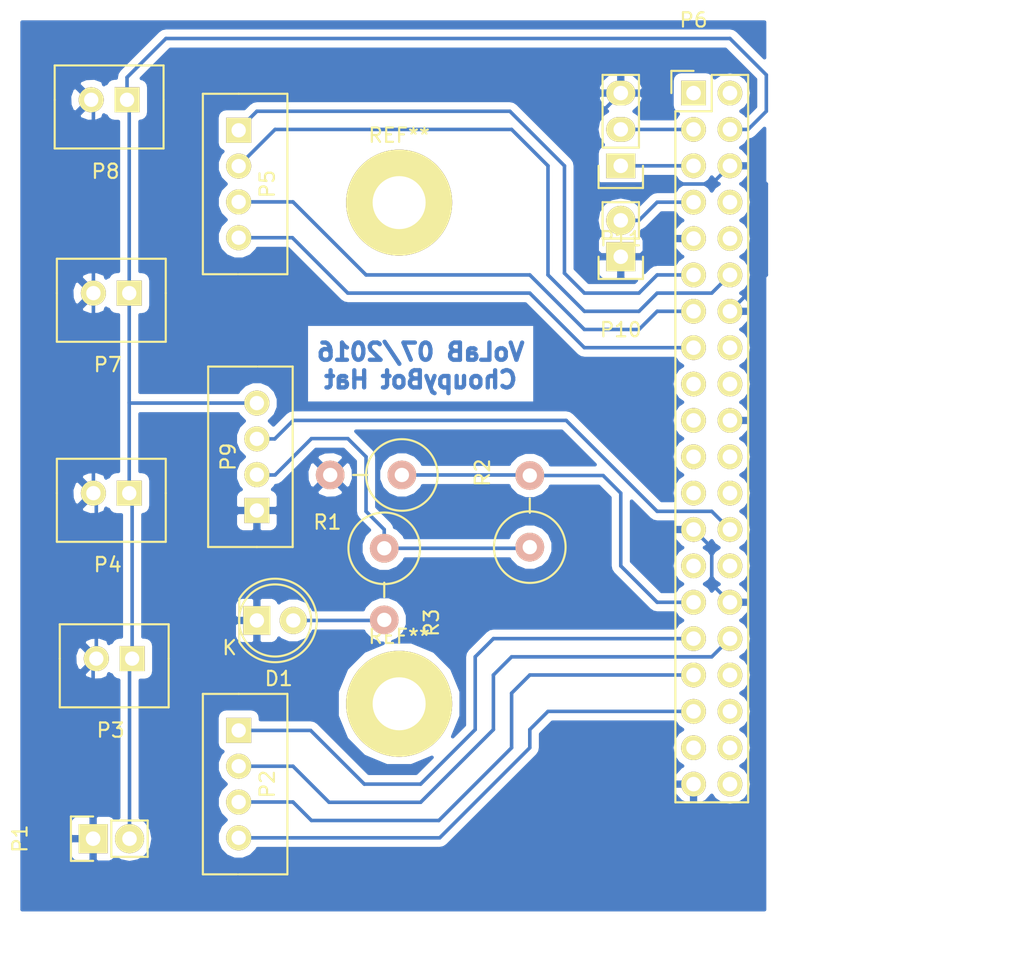
<source format=kicad_pcb>
(kicad_pcb (version 4) (host pcbnew 4.0.2-stable)

  (general
    (links 39)
    (no_connects 0)
    (area 0 0 0 0)
    (thickness 1.6)
    (drawings 9)
    (tracks 149)
    (zones 0)
    (modules 17)
    (nets 37)
  )

  (page A4)
  (layers
    (0 F.Cu signal)
    (31 B.Cu signal)
    (32 B.Adhes user)
    (33 F.Adhes user)
    (34 B.Paste user)
    (35 F.Paste user)
    (36 B.SilkS user)
    (37 F.SilkS user)
    (38 B.Mask user)
    (39 F.Mask user)
    (40 Dwgs.User user)
    (41 Cmts.User user)
    (42 Eco1.User user)
    (43 Eco2.User user)
    (44 Edge.Cuts user)
    (45 Margin user)
    (46 B.CrtYd user)
    (47 F.CrtYd user)
    (48 B.Fab user)
    (49 F.Fab user)
  )

  (setup
    (last_trace_width 0.25)
    (trace_clearance 0.2)
    (zone_clearance 0.508)
    (zone_45_only no)
    (trace_min 0.2)
    (segment_width 0.2)
    (edge_width 0.15)
    (via_size 0.6)
    (via_drill 0.4)
    (via_min_size 0.4)
    (via_min_drill 0.3)
    (uvia_size 0.3)
    (uvia_drill 0.1)
    (uvias_allowed no)
    (uvia_min_size 0.2)
    (uvia_min_drill 0.1)
    (pcb_text_width 0.3)
    (pcb_text_size 1.5 1.5)
    (mod_edge_width 0.15)
    (mod_text_size 1 1)
    (mod_text_width 0.15)
    (pad_size 1.524 1.524)
    (pad_drill 0.762)
    (pad_to_mask_clearance 0.2)
    (aux_axis_origin 0 0)
    (visible_elements 7FFFFFFF)
    (pcbplotparams
      (layerselection 0x00030_80000001)
      (usegerberextensions false)
      (excludeedgelayer true)
      (linewidth 0.100000)
      (plotframeref false)
      (viasonmask false)
      (mode 1)
      (useauxorigin false)
      (hpglpennumber 1)
      (hpglpenspeed 20)
      (hpglpendiameter 15)
      (hpglpenoverlay 2)
      (psnegative false)
      (psa4output false)
      (plotreference true)
      (plotvalue true)
      (plotinvisibletext false)
      (padsonsilk false)
      (subtractmaskfromsilk false)
      (outputformat 1)
      (mirror false)
      (drillshape 1)
      (scaleselection 1)
      (outputdirectory ""))
  )

  (net 0 "")
  (net 1 "Net-(D1-Pad2)")
  (net 2 GNDPWR)
  (net 3 /GPIO12)
  (net 4 /GPIO06)
  (net 5 /GPIO13)
  (net 6 /GPIO19)
  (net 7 /GPIO18)
  (net 8 /GPIO17)
  (net 9 /GPIO27)
  (net 10 /GPIO22)
  (net 11 "Net-(P6-Pad1)")
  (net 12 "Net-(P6-Pad2)")
  (net 13 /SDA)
  (net 14 /SCL)
  (net 15 "Net-(P6-Pad8)")
  (net 16 "Net-(P6-Pad10)")
  (net 17 "Net-(P6-Pad16)")
  (net 18 "Net-(P6-Pad17)")
  (net 19 "Net-(P6-Pad18)")
  (net 20 "Net-(P6-Pad19)")
  (net 21 "Net-(P6-Pad21)")
  (net 22 "Net-(P6-Pad22)")
  (net 23 "Net-(P6-Pad23)")
  (net 24 "Net-(P6-Pad24)")
  (net 25 "Net-(P6-Pad27)")
  (net 26 "Net-(P6-Pad28)")
  (net 27 "Net-(P6-Pad29)")
  (net 28 "Net-(P6-Pad34)")
  (net 29 "Net-(P6-Pad36)")
  (net 30 "Net-(P6-Pad37)")
  (net 31 "Net-(P6-Pad38)")
  (net 32 "Net-(P6-Pad40)")
  (net 33 /GPIO04)
  (net 34 /Trig)
  (net 35 /Echo)
  (net 36 VCC)

  (net_class Default "Ceci est la Netclass par défaut"
    (clearance 0.2)
    (trace_width 0.25)
    (via_dia 0.6)
    (via_drill 0.4)
    (uvia_dia 0.3)
    (uvia_drill 0.1)
    (add_net /Echo)
    (add_net /GPIO04)
    (add_net /GPIO06)
    (add_net /GPIO12)
    (add_net /GPIO13)
    (add_net /GPIO17)
    (add_net /GPIO18)
    (add_net /GPIO19)
    (add_net /GPIO22)
    (add_net /GPIO27)
    (add_net /SCL)
    (add_net /SDA)
    (add_net /Trig)
    (add_net GNDPWR)
    (add_net "Net-(D1-Pad2)")
    (add_net "Net-(P6-Pad1)")
    (add_net "Net-(P6-Pad10)")
    (add_net "Net-(P6-Pad16)")
    (add_net "Net-(P6-Pad17)")
    (add_net "Net-(P6-Pad18)")
    (add_net "Net-(P6-Pad19)")
    (add_net "Net-(P6-Pad2)")
    (add_net "Net-(P6-Pad21)")
    (add_net "Net-(P6-Pad22)")
    (add_net "Net-(P6-Pad23)")
    (add_net "Net-(P6-Pad24)")
    (add_net "Net-(P6-Pad27)")
    (add_net "Net-(P6-Pad28)")
    (add_net "Net-(P6-Pad29)")
    (add_net "Net-(P6-Pad34)")
    (add_net "Net-(P6-Pad36)")
    (add_net "Net-(P6-Pad37)")
    (add_net "Net-(P6-Pad38)")
    (add_net "Net-(P6-Pad40)")
    (add_net "Net-(P6-Pad8)")
    (add_net VCC)
  )

  (module LEDs:LED-5MM (layer F.Cu) (tedit 5570F7EA) (tstamp 578D3667)
    (at 115.57 106.68)
    (descr "LED 5mm round vertical")
    (tags "LED 5mm round vertical")
    (path /578D29D6)
    (fp_text reference D1 (at 1.524 4.064) (layer F.SilkS)
      (effects (font (size 1 1) (thickness 0.15)))
    )
    (fp_text value LED (at 1.524 -3.937) (layer F.Fab)
      (effects (font (size 1 1) (thickness 0.15)))
    )
    (fp_line (start -1.5 -1.55) (end -1.5 1.55) (layer F.CrtYd) (width 0.05))
    (fp_arc (start 1.3 0) (end -1.5 1.55) (angle -302) (layer F.CrtYd) (width 0.05))
    (fp_arc (start 1.27 0) (end -1.23 -1.5) (angle 297.5) (layer F.SilkS) (width 0.15))
    (fp_line (start -1.23 1.5) (end -1.23 -1.5) (layer F.SilkS) (width 0.15))
    (fp_circle (center 1.27 0) (end 0.97 -2.5) (layer F.SilkS) (width 0.15))
    (fp_text user K (at -1.905 1.905) (layer F.SilkS)
      (effects (font (size 1 1) (thickness 0.15)))
    )
    (pad 1 thru_hole rect (at 0 0 90) (size 2 1.9) (drill 1.00076) (layers *.Cu *.Mask F.SilkS)
      (net 2 GNDPWR))
    (pad 2 thru_hole circle (at 2.54 0) (size 1.9 1.9) (drill 1.00076) (layers *.Cu *.Mask F.SilkS)
      (net 1 "Net-(D1-Pad2)"))
    (model LEDs.3dshapes/LED-5MM.wrl
      (at (xyz 0.05 0 0))
      (scale (xyz 1 1 1))
      (rotate (xyz 0 0 90))
    )
  )

  (module Pin_Headers:Pin_Header_Straight_2x20 (layer F.Cu) (tedit 0) (tstamp 578D36B5)
    (at 146.05 69.85)
    (descr "Through hole pin header")
    (tags "pin header")
    (path /578B1DCE)
    (fp_text reference P6 (at 0 -5.1) (layer F.SilkS)
      (effects (font (size 1 1) (thickness 0.15)))
    )
    (fp_text value RPi_Conn (at 0 -3.1) (layer F.Fab)
      (effects (font (size 1 1) (thickness 0.15)))
    )
    (fp_line (start -1.75 -1.75) (end -1.75 50.05) (layer F.CrtYd) (width 0.05))
    (fp_line (start 4.3 -1.75) (end 4.3 50.05) (layer F.CrtYd) (width 0.05))
    (fp_line (start -1.75 -1.75) (end 4.3 -1.75) (layer F.CrtYd) (width 0.05))
    (fp_line (start -1.75 50.05) (end 4.3 50.05) (layer F.CrtYd) (width 0.05))
    (fp_line (start 3.81 49.53) (end 3.81 -1.27) (layer F.SilkS) (width 0.15))
    (fp_line (start -1.27 1.27) (end -1.27 49.53) (layer F.SilkS) (width 0.15))
    (fp_line (start 3.81 49.53) (end -1.27 49.53) (layer F.SilkS) (width 0.15))
    (fp_line (start 3.81 -1.27) (end 1.27 -1.27) (layer F.SilkS) (width 0.15))
    (fp_line (start 0 -1.55) (end -1.55 -1.55) (layer F.SilkS) (width 0.15))
    (fp_line (start 1.27 -1.27) (end 1.27 1.27) (layer F.SilkS) (width 0.15))
    (fp_line (start 1.27 1.27) (end -1.27 1.27) (layer F.SilkS) (width 0.15))
    (fp_line (start -1.55 -1.55) (end -1.55 0) (layer F.SilkS) (width 0.15))
    (pad 1 thru_hole rect (at 0 0) (size 1.7272 1.7272) (drill 1.016) (layers *.Cu *.Mask F.SilkS)
      (net 11 "Net-(P6-Pad1)"))
    (pad 2 thru_hole oval (at 2.54 0) (size 1.7272 1.7272) (drill 1.016) (layers *.Cu *.Mask F.SilkS)
      (net 12 "Net-(P6-Pad2)"))
    (pad 3 thru_hole oval (at 0 2.54) (size 1.7272 1.7272) (drill 1.016) (layers *.Cu *.Mask F.SilkS)
      (net 13 /SDA))
    (pad 4 thru_hole oval (at 2.54 2.54) (size 1.7272 1.7272) (drill 1.016) (layers *.Cu *.Mask F.SilkS)
      (net 36 VCC))
    (pad 5 thru_hole oval (at 0 5.08) (size 1.7272 1.7272) (drill 1.016) (layers *.Cu *.Mask F.SilkS)
      (net 14 /SCL))
    (pad 6 thru_hole oval (at 2.54 5.08) (size 1.7272 1.7272) (drill 1.016) (layers *.Cu *.Mask F.SilkS)
      (net 2 GNDPWR))
    (pad 7 thru_hole oval (at 0 7.62) (size 1.7272 1.7272) (drill 1.016) (layers *.Cu *.Mask F.SilkS)
      (net 33 /GPIO04))
    (pad 8 thru_hole oval (at 2.54 7.62) (size 1.7272 1.7272) (drill 1.016) (layers *.Cu *.Mask F.SilkS)
      (net 15 "Net-(P6-Pad8)"))
    (pad 9 thru_hole oval (at 0 10.16) (size 1.7272 1.7272) (drill 1.016) (layers *.Cu *.Mask F.SilkS)
      (net 2 GNDPWR))
    (pad 10 thru_hole oval (at 2.54 10.16) (size 1.7272 1.7272) (drill 1.016) (layers *.Cu *.Mask F.SilkS)
      (net 16 "Net-(P6-Pad10)"))
    (pad 11 thru_hole oval (at 0 12.7) (size 1.7272 1.7272) (drill 1.016) (layers *.Cu *.Mask F.SilkS)
      (net 8 /GPIO17))
    (pad 12 thru_hole oval (at 2.54 12.7) (size 1.7272 1.7272) (drill 1.016) (layers *.Cu *.Mask F.SilkS)
      (net 7 /GPIO18))
    (pad 13 thru_hole oval (at 0 15.24) (size 1.7272 1.7272) (drill 1.016) (layers *.Cu *.Mask F.SilkS)
      (net 9 /GPIO27))
    (pad 14 thru_hole oval (at 2.54 15.24) (size 1.7272 1.7272) (drill 1.016) (layers *.Cu *.Mask F.SilkS)
      (net 2 GNDPWR))
    (pad 15 thru_hole oval (at 0 17.78) (size 1.7272 1.7272) (drill 1.016) (layers *.Cu *.Mask F.SilkS)
      (net 10 /GPIO22))
    (pad 16 thru_hole oval (at 2.54 17.78) (size 1.7272 1.7272) (drill 1.016) (layers *.Cu *.Mask F.SilkS)
      (net 17 "Net-(P6-Pad16)"))
    (pad 17 thru_hole oval (at 0 20.32) (size 1.7272 1.7272) (drill 1.016) (layers *.Cu *.Mask F.SilkS)
      (net 18 "Net-(P6-Pad17)"))
    (pad 18 thru_hole oval (at 2.54 20.32) (size 1.7272 1.7272) (drill 1.016) (layers *.Cu *.Mask F.SilkS)
      (net 19 "Net-(P6-Pad18)"))
    (pad 19 thru_hole oval (at 0 22.86) (size 1.7272 1.7272) (drill 1.016) (layers *.Cu *.Mask F.SilkS)
      (net 20 "Net-(P6-Pad19)"))
    (pad 20 thru_hole oval (at 2.54 22.86) (size 1.7272 1.7272) (drill 1.016) (layers *.Cu *.Mask F.SilkS)
      (net 2 GNDPWR))
    (pad 21 thru_hole oval (at 0 25.4) (size 1.7272 1.7272) (drill 1.016) (layers *.Cu *.Mask F.SilkS)
      (net 21 "Net-(P6-Pad21)"))
    (pad 22 thru_hole oval (at 2.54 25.4) (size 1.7272 1.7272) (drill 1.016) (layers *.Cu *.Mask F.SilkS)
      (net 22 "Net-(P6-Pad22)"))
    (pad 23 thru_hole oval (at 0 27.94) (size 1.7272 1.7272) (drill 1.016) (layers *.Cu *.Mask F.SilkS)
      (net 23 "Net-(P6-Pad23)"))
    (pad 24 thru_hole oval (at 2.54 27.94) (size 1.7272 1.7272) (drill 1.016) (layers *.Cu *.Mask F.SilkS)
      (net 24 "Net-(P6-Pad24)"))
    (pad 25 thru_hole oval (at 0 30.48) (size 1.7272 1.7272) (drill 1.016) (layers *.Cu *.Mask F.SilkS)
      (net 2 GNDPWR))
    (pad 26 thru_hole oval (at 2.54 30.48) (size 1.7272 1.7272) (drill 1.016) (layers *.Cu *.Mask F.SilkS)
      (net 34 /Trig))
    (pad 27 thru_hole oval (at 0 33.02) (size 1.7272 1.7272) (drill 1.016) (layers *.Cu *.Mask F.SilkS)
      (net 25 "Net-(P6-Pad27)"))
    (pad 28 thru_hole oval (at 2.54 33.02) (size 1.7272 1.7272) (drill 1.016) (layers *.Cu *.Mask F.SilkS)
      (net 26 "Net-(P6-Pad28)"))
    (pad 29 thru_hole oval (at 0 35.56) (size 1.7272 1.7272) (drill 1.016) (layers *.Cu *.Mask F.SilkS)
      (net 27 "Net-(P6-Pad29)"))
    (pad 30 thru_hole oval (at 2.54 35.56) (size 1.7272 1.7272) (drill 1.016) (layers *.Cu *.Mask F.SilkS)
      (net 2 GNDPWR))
    (pad 31 thru_hole oval (at 0 38.1) (size 1.7272 1.7272) (drill 1.016) (layers *.Cu *.Mask F.SilkS)
      (net 4 /GPIO06))
    (pad 32 thru_hole oval (at 2.54 38.1) (size 1.7272 1.7272) (drill 1.016) (layers *.Cu *.Mask F.SilkS)
      (net 3 /GPIO12))
    (pad 33 thru_hole oval (at 0 40.64) (size 1.7272 1.7272) (drill 1.016) (layers *.Cu *.Mask F.SilkS)
      (net 5 /GPIO13))
    (pad 34 thru_hole oval (at 2.54 40.64) (size 1.7272 1.7272) (drill 1.016) (layers *.Cu *.Mask F.SilkS)
      (net 28 "Net-(P6-Pad34)"))
    (pad 35 thru_hole oval (at 0 43.18) (size 1.7272 1.7272) (drill 1.016) (layers *.Cu *.Mask F.SilkS)
      (net 6 /GPIO19))
    (pad 36 thru_hole oval (at 2.54 43.18) (size 1.7272 1.7272) (drill 1.016) (layers *.Cu *.Mask F.SilkS)
      (net 29 "Net-(P6-Pad36)"))
    (pad 37 thru_hole oval (at 0 45.72) (size 1.7272 1.7272) (drill 1.016) (layers *.Cu *.Mask F.SilkS)
      (net 30 "Net-(P6-Pad37)"))
    (pad 38 thru_hole oval (at 2.54 45.72) (size 1.7272 1.7272) (drill 1.016) (layers *.Cu *.Mask F.SilkS)
      (net 31 "Net-(P6-Pad38)"))
    (pad 39 thru_hole oval (at 0 48.26) (size 1.7272 1.7272) (drill 1.016) (layers *.Cu *.Mask F.SilkS)
      (net 2 GNDPWR))
    (pad 40 thru_hole oval (at 2.54 48.26) (size 1.7272 1.7272) (drill 1.016) (layers *.Cu *.Mask F.SilkS)
      (net 32 "Net-(P6-Pad40)"))
    (model Pin_Headers.3dshapes/Pin_Header_Straight_2x20.wrl
      (at (xyz 0.05 -0.95 0))
      (scale (xyz 1 1 1))
      (rotate (xyz 0 0 90))
    )
  )

  (module Pin_Headers:Pin_Header_Straight_1x02 (layer F.Cu) (tedit 54EA090C) (tstamp 578D36CF)
    (at 140.97 81.28 180)
    (descr "Through hole pin header")
    (tags "pin header")
    (path /578B3C66)
    (fp_text reference P10 (at 0 -5.1 180) (layer F.SilkS)
      (effects (font (size 1 1) (thickness 0.15)))
    )
    (fp_text value N.U (at 0 -3.1 180) (layer F.Fab)
      (effects (font (size 1 1) (thickness 0.15)))
    )
    (fp_line (start 1.27 1.27) (end 1.27 3.81) (layer F.SilkS) (width 0.15))
    (fp_line (start 1.55 -1.55) (end 1.55 0) (layer F.SilkS) (width 0.15))
    (fp_line (start -1.75 -1.75) (end -1.75 4.3) (layer F.CrtYd) (width 0.05))
    (fp_line (start 1.75 -1.75) (end 1.75 4.3) (layer F.CrtYd) (width 0.05))
    (fp_line (start -1.75 -1.75) (end 1.75 -1.75) (layer F.CrtYd) (width 0.05))
    (fp_line (start -1.75 4.3) (end 1.75 4.3) (layer F.CrtYd) (width 0.05))
    (fp_line (start 1.27 1.27) (end -1.27 1.27) (layer F.SilkS) (width 0.15))
    (fp_line (start -1.55 0) (end -1.55 -1.55) (layer F.SilkS) (width 0.15))
    (fp_line (start -1.55 -1.55) (end 1.55 -1.55) (layer F.SilkS) (width 0.15))
    (fp_line (start -1.27 1.27) (end -1.27 3.81) (layer F.SilkS) (width 0.15))
    (fp_line (start -1.27 3.81) (end 1.27 3.81) (layer F.SilkS) (width 0.15))
    (pad 1 thru_hole rect (at 0 0 180) (size 2.032 2.032) (drill 1.016) (layers *.Cu *.Mask F.SilkS)
      (net 2 GNDPWR))
    (pad 2 thru_hole oval (at 0 2.54 180) (size 2.032 2.032) (drill 1.016) (layers *.Cu *.Mask F.SilkS)
      (net 33 /GPIO04))
    (model Pin_Headers.3dshapes/Pin_Header_Straight_1x02.wrl
      (at (xyz 0 -0.05 0))
      (scale (xyz 1 1 1))
      (rotate (xyz 0 0 90))
    )
  )

  (module Resistors_ThroughHole:Resistor_Vertical_RM5mm (layer F.Cu) (tedit 0) (tstamp 578D36DB)
    (at 123.19 96.52 180)
    (descr "Resistor, Vertical, RM 5mm, 1/3W,")
    (tags "Resistor, Vertical, RM 5mm, 1/3W,")
    (path /578B20B7)
    (fp_text reference R1 (at 2.70002 -3.29946 180) (layer F.SilkS)
      (effects (font (size 1 1) (thickness 0.15)))
    )
    (fp_text value 20k (at 0 4.50088 180) (layer F.Fab)
      (effects (font (size 1 1) (thickness 0.15)))
    )
    (fp_line (start -0.09906 0) (end 0.9017 0) (layer F.SilkS) (width 0.15))
    (fp_circle (center -2.49936 0) (end 0 0) (layer F.SilkS) (width 0.15))
    (pad 1 thru_hole circle (at -2.49936 0 180) (size 1.99898 1.99898) (drill 1.00076) (layers *.Cu *.SilkS *.Mask)
      (net 27 "Net-(P6-Pad29)"))
    (pad 2 thru_hole circle (at 2.5019 0 180) (size 1.99898 1.99898) (drill 1.00076) (layers *.Cu *.SilkS *.Mask)
      (net 2 GNDPWR))
  )

  (module Resistors_ThroughHole:Resistor_Vertical_RM5mm (layer F.Cu) (tedit 0) (tstamp 578D36E1)
    (at 134.62 99.06 90)
    (descr "Resistor, Vertical, RM 5mm, 1/3W,")
    (tags "Resistor, Vertical, RM 5mm, 1/3W,")
    (path /578B2082)
    (fp_text reference R2 (at 2.70002 -3.29946 90) (layer F.SilkS)
      (effects (font (size 1 1) (thickness 0.15)))
    )
    (fp_text value 10k (at 0 4.50088 90) (layer F.Fab)
      (effects (font (size 1 1) (thickness 0.15)))
    )
    (fp_line (start -0.09906 0) (end 0.9017 0) (layer F.SilkS) (width 0.15))
    (fp_circle (center -2.49936 0) (end 0 0) (layer F.SilkS) (width 0.15))
    (pad 1 thru_hole circle (at -2.49936 0 90) (size 1.99898 1.99898) (drill 1.00076) (layers *.Cu *.SilkS *.Mask)
      (net 35 /Echo))
    (pad 2 thru_hole circle (at 2.5019 0 90) (size 1.99898 1.99898) (drill 1.00076) (layers *.Cu *.SilkS *.Mask)
      (net 27 "Net-(P6-Pad29)"))
  )

  (module Resistors_ThroughHole:Resistor_Vertical_RM5mm (layer F.Cu) (tedit 0) (tstamp 578D36E7)
    (at 124.46 104.14 270)
    (descr "Resistor, Vertical, RM 5mm, 1/3W,")
    (tags "Resistor, Vertical, RM 5mm, 1/3W,")
    (path /578D298B)
    (fp_text reference R3 (at 2.70002 -3.29946 270) (layer F.SilkS)
      (effects (font (size 1 1) (thickness 0.15)))
    )
    (fp_text value 330R (at 0 4.50088 270) (layer F.Fab)
      (effects (font (size 1 1) (thickness 0.15)))
    )
    (fp_line (start -0.09906 0) (end 0.9017 0) (layer F.SilkS) (width 0.15))
    (fp_circle (center -2.49936 0) (end 0 0) (layer F.SilkS) (width 0.15))
    (pad 1 thru_hole circle (at -2.49936 0 270) (size 1.99898 1.99898) (drill 1.00076) (layers *.Cu *.SilkS *.Mask)
      (net 35 /Echo))
    (pad 2 thru_hole circle (at 2.5019 0 270) (size 1.99898 1.99898) (drill 1.00076) (layers *.Cu *.SilkS *.Mask)
      (net 1 "Net-(D1-Pad2)"))
  )

  (module Pin_Headers:Pin_Header_Straight_1x03 (layer F.Cu) (tedit 0) (tstamp 578D3CF5)
    (at 140.97 74.93 180)
    (descr "Through hole pin header")
    (tags "pin header")
    (path /578D45AC)
    (fp_text reference P11 (at 0 -5.1 180) (layer F.SilkS)
      (effects (font (size 1 1) (thickness 0.15)))
    )
    (fp_text value I2c (at 0 -3.1 180) (layer F.Fab)
      (effects (font (size 1 1) (thickness 0.15)))
    )
    (fp_line (start -1.75 -1.75) (end -1.75 6.85) (layer F.CrtYd) (width 0.05))
    (fp_line (start 1.75 -1.75) (end 1.75 6.85) (layer F.CrtYd) (width 0.05))
    (fp_line (start -1.75 -1.75) (end 1.75 -1.75) (layer F.CrtYd) (width 0.05))
    (fp_line (start -1.75 6.85) (end 1.75 6.85) (layer F.CrtYd) (width 0.05))
    (fp_line (start -1.27 1.27) (end -1.27 6.35) (layer F.SilkS) (width 0.15))
    (fp_line (start -1.27 6.35) (end 1.27 6.35) (layer F.SilkS) (width 0.15))
    (fp_line (start 1.27 6.35) (end 1.27 1.27) (layer F.SilkS) (width 0.15))
    (fp_line (start 1.55 -1.55) (end 1.55 0) (layer F.SilkS) (width 0.15))
    (fp_line (start 1.27 1.27) (end -1.27 1.27) (layer F.SilkS) (width 0.15))
    (fp_line (start -1.55 0) (end -1.55 -1.55) (layer F.SilkS) (width 0.15))
    (fp_line (start -1.55 -1.55) (end 1.55 -1.55) (layer F.SilkS) (width 0.15))
    (pad 1 thru_hole rect (at 0 0 180) (size 2.032 1.7272) (drill 1.016) (layers *.Cu *.Mask F.SilkS)
      (net 14 /SCL))
    (pad 2 thru_hole oval (at 0 2.54 180) (size 2.032 1.7272) (drill 1.016) (layers *.Cu *.Mask F.SilkS)
      (net 13 /SDA))
    (pad 3 thru_hole oval (at 0 5.08 180) (size 2.032 1.7272) (drill 1.016) (layers *.Cu *.Mask F.SilkS)
      (net 2 GNDPWR))
    (model Pin_Headers.3dshapes/Pin_Header_Straight_1x03.wrl
      (at (xyz 0 -0.1 0))
      (scale (xyz 1 1 1))
      (rotate (xyz 0 0 90))
    )
  )

  (module Mounting_Holes:MountingHole_3.7mm_Pad (layer F.Cu) (tedit 56D1B4CB) (tstamp 578E0D2F)
    (at 125.5 77.5)
    (descr "Mounting Hole 3.7mm")
    (tags "mounting hole 3.7mm")
    (fp_text reference REF** (at 0 -4.7) (layer F.SilkS)
      (effects (font (size 1 1) (thickness 0.15)))
    )
    (fp_text value MountingHole_3.7mm_Pad (at 0 4.7) (layer F.Fab)
      (effects (font (size 1 1) (thickness 0.15)))
    )
    (fp_circle (center 0 0) (end 3.7 0) (layer Cmts.User) (width 0.15))
    (fp_circle (center 0 0) (end 3.95 0) (layer F.CrtYd) (width 0.05))
    (pad 1 thru_hole circle (at 0 0) (size 7.4 7.4) (drill 3.7) (layers *.Cu *.Mask F.SilkS))
  )

  (module Mounting_Holes:MountingHole_3.7mm_Pad (layer F.Cu) (tedit 56D1B4CB) (tstamp 578E0D4A)
    (at 125.5 112.5)
    (descr "Mounting Hole 3.7mm")
    (tags "mounting hole 3.7mm")
    (fp_text reference REF** (at 0 -4.7) (layer F.SilkS)
      (effects (font (size 1 1) (thickness 0.15)))
    )
    (fp_text value MountingHole_3.7mm_Pad (at 0 4.7) (layer F.Fab)
      (effects (font (size 1 1) (thickness 0.15)))
    )
    (fp_circle (center 0 0) (end 3.7 0) (layer Cmts.User) (width 0.15))
    (fp_circle (center 0 0) (end 3.95 0) (layer F.CrtYd) (width 0.05))
    (pad 1 thru_hole circle (at 0 0) (size 7.4 7.4) (drill 3.7) (layers *.Cu *.Mask F.SilkS))
  )

  (module Pin_Headers:Pin_Header_Straight_1x02 (layer F.Cu) (tedit 54EA090C) (tstamp 578E8CEA)
    (at 104.14 121.92 90)
    (descr "Through hole pin header")
    (tags "pin header")
    (path /578B1A24)
    (fp_text reference P1 (at 0 -5.1 90) (layer F.SilkS)
      (effects (font (size 1 1) (thickness 0.15)))
    )
    (fp_text value "+5 (ubec)" (at 0 -3.1 90) (layer F.Fab)
      (effects (font (size 1 1) (thickness 0.15)))
    )
    (fp_line (start 1.27 1.27) (end 1.27 3.81) (layer F.SilkS) (width 0.15))
    (fp_line (start 1.55 -1.55) (end 1.55 0) (layer F.SilkS) (width 0.15))
    (fp_line (start -1.75 -1.75) (end -1.75 4.3) (layer F.CrtYd) (width 0.05))
    (fp_line (start 1.75 -1.75) (end 1.75 4.3) (layer F.CrtYd) (width 0.05))
    (fp_line (start -1.75 -1.75) (end 1.75 -1.75) (layer F.CrtYd) (width 0.05))
    (fp_line (start -1.75 4.3) (end 1.75 4.3) (layer F.CrtYd) (width 0.05))
    (fp_line (start 1.27 1.27) (end -1.27 1.27) (layer F.SilkS) (width 0.15))
    (fp_line (start -1.55 0) (end -1.55 -1.55) (layer F.SilkS) (width 0.15))
    (fp_line (start -1.55 -1.55) (end 1.55 -1.55) (layer F.SilkS) (width 0.15))
    (fp_line (start -1.27 1.27) (end -1.27 3.81) (layer F.SilkS) (width 0.15))
    (fp_line (start -1.27 3.81) (end 1.27 3.81) (layer F.SilkS) (width 0.15))
    (pad 1 thru_hole rect (at 0 0 90) (size 2.032 2.032) (drill 1.016) (layers *.Cu *.Mask F.SilkS)
      (net 2 GNDPWR))
    (pad 2 thru_hole oval (at 0 2.54 90) (size 2.032 2.032) (drill 1.016) (layers *.Cu *.Mask F.SilkS)
      (net 36 VCC))
    (model Pin_Headers.3dshapes/Pin_Header_Straight_1x02.wrl
      (at (xyz 0 -0.05 0))
      (scale (xyz 1 1 1))
      (rotate (xyz 0 0 90))
    )
  )

  (module XH_connector:XH_connector_4pins_Vert (layer F.Cu) (tedit 578E8A02) (tstamp 578E8CEF)
    (at 114.3 118.11 270)
    (path /578B202E)
    (fp_text reference P2 (at 0 -2 270) (layer F.SilkS)
      (effects (font (size 1 1) (thickness 0.15)))
    )
    (fp_text value PAP_D (at -0.1 -4.7 270) (layer F.Fab)
      (effects (font (size 1 1) (thickness 0.15)))
    )
    (fp_line (start -6.3 0) (end -6.3 2.5) (layer F.SilkS) (width 0.15))
    (fp_line (start -6.3 2.5) (end 6.3 2.5) (layer F.SilkS) (width 0.15))
    (fp_line (start 6.3 2.5) (end 6.3 0.1) (layer F.SilkS) (width 0.15))
    (fp_line (start 6.3 0) (end 6.3 -3.4) (layer F.SilkS) (width 0.15))
    (fp_line (start 6.3 -3.4) (end -6.3 -3.4) (layer F.SilkS) (width 0.15))
    (fp_line (start -6.3 0) (end -6.3 -3.4) (layer F.SilkS) (width 0.15))
    (pad 3 thru_hole circle (at 1.25 0 270) (size 1.75 1.75) (drill 1) (layers *.Cu *.Mask F.SilkS)
      (net 5 /GPIO13))
    (pad 2 thru_hole circle (at -1.25 0 270) (size 1.75 1.75) (drill 1) (layers *.Cu *.Mask F.SilkS)
      (net 3 /GPIO12))
    (pad 1 thru_hole rect (at -3.75 0 270) (size 1.75 1.75) (drill 1) (layers *.Cu *.Mask F.SilkS)
      (net 4 /GPIO06))
    (pad 4 thru_hole circle (at 3.75 0 270) (size 1.75 1.75) (drill 1) (layers *.Cu *.Mask F.SilkS)
      (net 6 /GPIO19))
  )

  (module XH_connector:XH_connector_2pins_Vert (layer F.Cu) (tedit 578E83FC) (tstamp 578E8CF6)
    (at 105.6132 109.347 180)
    (path /578B1BA0)
    (fp_text reference P3 (at 0.25 -5 180) (layer F.SilkS)
      (effects (font (size 1 1) (thickness 0.15)))
    )
    (fp_text value "+5 (pap_G)" (at 0 -6.25 180) (layer F.Fab)
      (effects (font (size 1 1) (thickness 0.15)))
    )
    (fp_line (start -3.8 0) (end -3.8 2.4) (layer F.SilkS) (width 0.15))
    (fp_line (start -3.8 2.4) (end 3.8 2.4) (layer F.SilkS) (width 0.15))
    (fp_line (start 3.8 2.4) (end 3.8 0) (layer F.SilkS) (width 0.15))
    (fp_line (start 3.8 0) (end 3.8 -3.4) (layer F.SilkS) (width 0.15))
    (fp_line (start 3.8 -3.4) (end -3.8 -3.4) (layer F.SilkS) (width 0.15))
    (fp_line (start -3.8 0) (end -3.8 -3.4) (layer F.SilkS) (width 0.15))
    (pad 1 thru_hole rect (at -1.25 0 180) (size 1.75 1.75) (drill 1) (layers *.Cu *.Mask F.SilkS)
      (net 36 VCC))
    (pad 2 thru_hole circle (at 1.25 0 180) (size 1.75 1.75) (drill 1) (layers *.Cu *.Mask F.SilkS)
      (net 2 GNDPWR))
  )

  (module XH_connector:XH_connector_2pins_Vert (layer F.Cu) (tedit 578E83FC) (tstamp 578E8CFB)
    (at 105.41 97.79 180)
    (path /578B1BFF)
    (fp_text reference P4 (at 0.25 -5 180) (layer F.SilkS)
      (effects (font (size 1 1) (thickness 0.15)))
    )
    (fp_text value "+5 (pap_D)" (at 0 -6.25 180) (layer F.Fab)
      (effects (font (size 1 1) (thickness 0.15)))
    )
    (fp_line (start -3.8 0) (end -3.8 2.4) (layer F.SilkS) (width 0.15))
    (fp_line (start -3.8 2.4) (end 3.8 2.4) (layer F.SilkS) (width 0.15))
    (fp_line (start 3.8 2.4) (end 3.8 0) (layer F.SilkS) (width 0.15))
    (fp_line (start 3.8 0) (end 3.8 -3.4) (layer F.SilkS) (width 0.15))
    (fp_line (start 3.8 -3.4) (end -3.8 -3.4) (layer F.SilkS) (width 0.15))
    (fp_line (start -3.8 0) (end -3.8 -3.4) (layer F.SilkS) (width 0.15))
    (pad 1 thru_hole rect (at -1.25 0 180) (size 1.75 1.75) (drill 1) (layers *.Cu *.Mask F.SilkS)
      (net 36 VCC))
    (pad 2 thru_hole circle (at 1.25 0 180) (size 1.75 1.75) (drill 1) (layers *.Cu *.Mask F.SilkS)
      (net 2 GNDPWR))
  )

  (module XH_connector:XH_connector_4pins_Vert (layer F.Cu) (tedit 578E8A02) (tstamp 578E8D00)
    (at 114.3 76.2 270)
    (path /578B1FE7)
    (fp_text reference P5 (at 0 -2 270) (layer F.SilkS)
      (effects (font (size 1 1) (thickness 0.15)))
    )
    (fp_text value PAP_G (at -0.1 -4.7 270) (layer F.Fab)
      (effects (font (size 1 1) (thickness 0.15)))
    )
    (fp_line (start -6.3 0) (end -6.3 2.5) (layer F.SilkS) (width 0.15))
    (fp_line (start -6.3 2.5) (end 6.3 2.5) (layer F.SilkS) (width 0.15))
    (fp_line (start 6.3 2.5) (end 6.3 0.1) (layer F.SilkS) (width 0.15))
    (fp_line (start 6.3 0) (end 6.3 -3.4) (layer F.SilkS) (width 0.15))
    (fp_line (start 6.3 -3.4) (end -6.3 -3.4) (layer F.SilkS) (width 0.15))
    (fp_line (start -6.3 0) (end -6.3 -3.4) (layer F.SilkS) (width 0.15))
    (pad 3 thru_hole circle (at 1.25 0 270) (size 1.75 1.75) (drill 1) (layers *.Cu *.Mask F.SilkS)
      (net 9 /GPIO27))
    (pad 2 thru_hole circle (at -1.25 0 270) (size 1.75 1.75) (drill 1) (layers *.Cu *.Mask F.SilkS)
      (net 7 /GPIO18))
    (pad 1 thru_hole rect (at -3.75 0 270) (size 1.75 1.75) (drill 1) (layers *.Cu *.Mask F.SilkS)
      (net 8 /GPIO17))
    (pad 4 thru_hole circle (at 3.75 0 270) (size 1.75 1.75) (drill 1) (layers *.Cu *.Mask F.SilkS)
      (net 10 /GPIO22))
  )

  (module XH_connector:XH_connector_2pins_Vert (layer F.Cu) (tedit 578E83FC) (tstamp 578E8D07)
    (at 105.41 83.82 180)
    (path /578B1C1A)
    (fp_text reference P7 (at 0.25 -5 180) (layer F.SilkS)
      (effects (font (size 1 1) (thickness 0.15)))
    )
    (fp_text value "+5 (sonar)" (at 0 -6.25 180) (layer F.Fab)
      (effects (font (size 1 1) (thickness 0.15)))
    )
    (fp_line (start -3.8 0) (end -3.8 2.4) (layer F.SilkS) (width 0.15))
    (fp_line (start -3.8 2.4) (end 3.8 2.4) (layer F.SilkS) (width 0.15))
    (fp_line (start 3.8 2.4) (end 3.8 0) (layer F.SilkS) (width 0.15))
    (fp_line (start 3.8 0) (end 3.8 -3.4) (layer F.SilkS) (width 0.15))
    (fp_line (start 3.8 -3.4) (end -3.8 -3.4) (layer F.SilkS) (width 0.15))
    (fp_line (start -3.8 0) (end -3.8 -3.4) (layer F.SilkS) (width 0.15))
    (pad 1 thru_hole rect (at -1.25 0 180) (size 1.75 1.75) (drill 1) (layers *.Cu *.Mask F.SilkS)
      (net 36 VCC))
    (pad 2 thru_hole circle (at 1.25 0 180) (size 1.75 1.75) (drill 1) (layers *.Cu *.Mask F.SilkS)
      (net 2 GNDPWR))
  )

  (module XH_connector:XH_connector_2pins_Vert (layer F.Cu) (tedit 578E83FC) (tstamp 578E8D0C)
    (at 105.2576 70.3199 180)
    (path /578B1C4B)
    (fp_text reference P8 (at 0.25 -5 180) (layer F.SilkS)
      (effects (font (size 1 1) (thickness 0.15)))
    )
    (fp_text value "+5 (RPi)" (at 0 -6.25 180) (layer F.Fab)
      (effects (font (size 1 1) (thickness 0.15)))
    )
    (fp_line (start -3.8 0) (end -3.8 2.4) (layer F.SilkS) (width 0.15))
    (fp_line (start -3.8 2.4) (end 3.8 2.4) (layer F.SilkS) (width 0.15))
    (fp_line (start 3.8 2.4) (end 3.8 0) (layer F.SilkS) (width 0.15))
    (fp_line (start 3.8 0) (end 3.8 -3.4) (layer F.SilkS) (width 0.15))
    (fp_line (start 3.8 -3.4) (end -3.8 -3.4) (layer F.SilkS) (width 0.15))
    (fp_line (start -3.8 0) (end -3.8 -3.4) (layer F.SilkS) (width 0.15))
    (pad 1 thru_hole rect (at -1.25 0 180) (size 1.75 1.75) (drill 1) (layers *.Cu *.Mask F.SilkS)
      (net 36 VCC))
    (pad 2 thru_hole circle (at 1.25 0 180) (size 1.75 1.75) (drill 1) (layers *.Cu *.Mask F.SilkS)
      (net 2 GNDPWR))
  )

  (module XH_connector:XH_connector_4pins_Vert (layer F.Cu) (tedit 578E8A02) (tstamp 578E8D11)
    (at 115.57 95.25 90)
    (path /578B1FC0)
    (fp_text reference P9 (at 0 -2 90) (layer F.SilkS)
      (effects (font (size 1 1) (thickness 0.15)))
    )
    (fp_text value HC-SR04 (at -0.1 -4.7 90) (layer F.Fab)
      (effects (font (size 1 1) (thickness 0.15)))
    )
    (fp_line (start -6.3 0) (end -6.3 2.5) (layer F.SilkS) (width 0.15))
    (fp_line (start -6.3 2.5) (end 6.3 2.5) (layer F.SilkS) (width 0.15))
    (fp_line (start 6.3 2.5) (end 6.3 0.1) (layer F.SilkS) (width 0.15))
    (fp_line (start 6.3 0) (end 6.3 -3.4) (layer F.SilkS) (width 0.15))
    (fp_line (start 6.3 -3.4) (end -6.3 -3.4) (layer F.SilkS) (width 0.15))
    (fp_line (start -6.3 0) (end -6.3 -3.4) (layer F.SilkS) (width 0.15))
    (pad 3 thru_hole circle (at 1.25 0 90) (size 1.75 1.75) (drill 1) (layers *.Cu *.Mask F.SilkS)
      (net 34 /Trig))
    (pad 2 thru_hole circle (at -1.25 0 90) (size 1.75 1.75) (drill 1) (layers *.Cu *.Mask F.SilkS)
      (net 35 /Echo))
    (pad 1 thru_hole rect (at -3.75 0 90) (size 1.75 1.75) (drill 1) (layers *.Cu *.Mask F.SilkS)
      (net 2 GNDPWR))
    (pad 4 thru_hole circle (at 3.75 0 90) (size 1.75 1.75) (drill 1) (layers *.Cu *.Mask F.SilkS)
      (net 36 VCC))
  )

  (gr_text "VoLaB 07/2016\nChoupyBot Hat" (at 127 88.9) (layer B.Cu)
    (effects (font (size 1.2 1.2) (thickness 0.3)) (justify mirror))
  )
  (gr_circle (center 125.5 112.5) (end 127.5 112.5) (layer Eco1.User) (width 0.2))
  (gr_circle (center 125.5 77.5) (end 127.5 77.5) (layer Eco1.User) (width 0.2))
  (dimension 64.77 (width 0.3) (layer Eco1.User)
    (gr_text "64,770 mm" (at 166.45 95.885 90) (layer Eco1.User)
      (effects (font (size 1.5 1.5) (thickness 0.3)))
    )
    (feature1 (pts (xy 152.4 63.5) (xy 167.8 63.5)))
    (feature2 (pts (xy 152.4 128.27) (xy 167.8 128.27)))
    (crossbar (pts (xy 165.1 128.27) (xy 165.1 63.5)))
    (arrow1a (pts (xy 165.1 63.5) (xy 165.686421 64.626504)))
    (arrow1b (pts (xy 165.1 63.5) (xy 164.513579 64.626504)))
    (arrow2a (pts (xy 165.1 128.27) (xy 165.686421 127.143496)))
    (arrow2b (pts (xy 165.1 128.27) (xy 164.513579 127.143496)))
  )
  (dimension 54.61 (width 0.3) (layer Eco1.User)
    (gr_text "54,610 mm" (at 125.095 132.16) (layer Eco1.User)
      (effects (font (size 1.5 1.5) (thickness 0.3)))
    )
    (feature1 (pts (xy 97.79 128.27) (xy 97.79 133.51)))
    (feature2 (pts (xy 152.4 128.27) (xy 152.4 133.51)))
    (crossbar (pts (xy 152.4 130.81) (xy 97.79 130.81)))
    (arrow1a (pts (xy 97.79 130.81) (xy 98.916504 130.223579)))
    (arrow1b (pts (xy 97.79 130.81) (xy 98.916504 131.396421)))
    (arrow2a (pts (xy 152.4 130.81) (xy 151.273496 130.223579)))
    (arrow2b (pts (xy 152.4 130.81) (xy 151.273496 131.396421)))
  )
  (gr_line (start 152.4 63.5) (end 97.79 63.5) (angle 90) (layer Eco1.User) (width 0.2))
  (gr_line (start 152.4 128.27) (end 152.4 63.5) (angle 90) (layer Eco1.User) (width 0.2))
  (gr_line (start 97.79 128.27) (end 152.4 128.27) (angle 90) (layer Eco1.User) (width 0.2))
  (gr_line (start 97.79 63.5) (end 97.79 128.27) (angle 90) (layer Eco1.User) (width 0.2))

  (segment (start 118.11 106.68) (end 124.4219 106.68) (width 0.25) (layer B.Cu) (net 1))
  (segment (start 124.4219 106.68) (end 124.46 106.6419) (width 0.25) (layer B.Cu) (net 1) (tstamp 578E9276))
  (segment (start 148.59 105.41) (end 147.32 104.14) (width 0.25) (layer B.Cu) (net 2))
  (segment (start 147.32 101.6) (end 146.05 100.33) (width 0.25) (layer B.Cu) (net 2) (tstamp 578E96BE))
  (segment (start 147.32 104.14) (end 147.32 101.6) (width 0.25) (layer B.Cu) (net 2) (tstamp 578E96BC))
  (segment (start 109.22 124.46) (end 110.49 125.73) (width 0.25) (layer B.Cu) (net 2))
  (segment (start 146.05 120.65) (end 146.05 118.11) (width 0.25) (layer B.Cu) (net 2) (tstamp 578E9581))
  (segment (start 140.97 125.73) (end 146.05 120.65) (width 0.25) (layer B.Cu) (net 2) (tstamp 578E957C))
  (segment (start 110.49 125.73) (end 140.97 125.73) (width 0.25) (layer B.Cu) (net 2) (tstamp 578E9578))
  (segment (start 148.59 85.09) (end 151.13 82.55) (width 0.25) (layer B.Cu) (net 2))
  (segment (start 149.86 74.93) (end 148.59 74.93) (width 0.25) (layer B.Cu) (net 2) (tstamp 578E94EA))
  (segment (start 151.13 76.2) (end 149.86 74.93) (width 0.25) (layer B.Cu) (net 2) (tstamp 578E94E7))
  (segment (start 151.13 82.55) (end 151.13 76.2) (width 0.25) (layer B.Cu) (net 2) (tstamp 578E94E5))
  (segment (start 115.57 99) (end 118.2081 99) (width 0.25) (layer B.Cu) (net 2))
  (segment (start 118.2081 99) (end 120.6881 96.52) (width 0.25) (layer B.Cu) (net 2) (tstamp 578E92C0))
  (segment (start 115.57 99) (end 115.57 106.68) (width 0.25) (layer B.Cu) (net 2))
  (segment (start 115.57 99) (end 114.36 99) (width 0.25) (layer B.Cu) (net 2))
  (segment (start 104.14 124.46) (end 104.14 121.92) (width 0.25) (layer B.Cu) (net 2) (tstamp 578E9053))
  (segment (start 105.41 125.73) (end 104.14 124.46) (width 0.25) (layer B.Cu) (net 2) (tstamp 578E904C))
  (segment (start 107.95 125.73) (end 105.41 125.73) (width 0.25) (layer B.Cu) (net 2) (tstamp 578E9045))
  (segment (start 110.49 123.19) (end 109.22 124.46) (width 0.25) (layer B.Cu) (net 2) (tstamp 578E9043))
  (segment (start 109.22 124.46) (end 107.95 125.73) (width 0.25) (layer B.Cu) (net 2) (tstamp 578E9576))
  (segment (start 110.49 102.87) (end 110.49 123.19) (width 0.25) (layer B.Cu) (net 2) (tstamp 578E903B))
  (segment (start 114.36 99) (end 110.49 102.87) (width 0.25) (layer B.Cu) (net 2) (tstamp 578E9033))
  (segment (start 148.59 74.93) (end 147.32 76.2) (width 0.25) (layer B.Cu) (net 2))
  (segment (start 143.51 76.2) (end 138.43 76.2) (width 0.25) (layer B.Cu) (net 2) (tstamp 578E8DA9))
  (segment (start 147.32 76.2) (end 143.51 76.2) (width 0.25) (layer B.Cu) (net 2) (tstamp 578E8DA7))
  (segment (start 140.97 81.28) (end 142.24 81.28) (width 0.25) (layer B.Cu) (net 2))
  (segment (start 143.51 80.01) (end 146.05 80.01) (width 0.25) (layer B.Cu) (net 2) (tstamp 578E8D9D))
  (segment (start 142.24 81.28) (end 143.51 80.01) (width 0.25) (layer B.Cu) (net 2) (tstamp 578E8D99))
  (segment (start 140.97 81.28) (end 139.7 81.28) (width 0.25) (layer B.Cu) (net 2))
  (segment (start 138.43 72.39) (end 140.97 69.85) (width 0.25) (layer B.Cu) (net 2) (tstamp 578E8D6C))
  (segment (start 138.43 80.01) (end 138.43 76.2) (width 0.25) (layer B.Cu) (net 2) (tstamp 578E8D63))
  (segment (start 138.43 76.2) (end 138.43 72.39) (width 0.25) (layer B.Cu) (net 2) (tstamp 578E8DC7))
  (segment (start 139.7 81.28) (end 138.43 80.01) (width 0.25) (layer B.Cu) (net 2) (tstamp 578E8D5D))
  (segment (start 104.16 83.82) (end 104.16 70.4723) (width 0.25) (layer B.Cu) (net 2))
  (segment (start 104.16 70.4723) (end 104.0076 70.3199) (width 0.25) (layer B.Cu) (net 2) (tstamp 578E8D43))
  (segment (start 104.16 97.79) (end 104.16 83.82) (width 0.25) (layer B.Cu) (net 2))
  (segment (start 104.3632 109.347) (end 104.3632 97.9932) (width 0.25) (layer B.Cu) (net 2))
  (segment (start 104.3632 97.9932) (end 104.16 97.79) (width 0.25) (layer B.Cu) (net 2) (tstamp 578E8D3B))
  (segment (start 104.14 121.92) (end 104.14 109.5702) (width 0.25) (layer B.Cu) (net 2))
  (segment (start 104.14 109.5702) (end 104.3632 109.347) (width 0.25) (layer B.Cu) (net 2) (tstamp 578E8D38))
  (segment (start 114.3 116.86) (end 118.09 116.86) (width 0.25) (layer B.Cu) (net 3))
  (segment (start 147.32 109.22) (end 148.59 107.95) (width 0.25) (layer B.Cu) (net 3) (tstamp 578E93BC))
  (segment (start 133.35 109.22) (end 147.32 109.22) (width 0.25) (layer B.Cu) (net 3) (tstamp 578E93B7))
  (segment (start 132.08 110.49) (end 133.35 109.22) (width 0.25) (layer B.Cu) (net 3) (tstamp 578E93B5))
  (segment (start 132.08 114.3) (end 132.08 110.49) (width 0.25) (layer B.Cu) (net 3) (tstamp 578E93B3))
  (segment (start 127 119.38) (end 132.08 114.3) (width 0.25) (layer B.Cu) (net 3) (tstamp 578E93AE))
  (segment (start 120.61 119.38) (end 127 119.38) (width 0.25) (layer B.Cu) (net 3) (tstamp 578E93A6))
  (segment (start 118.09 116.86) (end 120.61 119.38) (width 0.25) (layer B.Cu) (net 3) (tstamp 578E93A3))
  (segment (start 114.3 114.36) (end 119.32 114.36) (width 0.25) (layer B.Cu) (net 4))
  (segment (start 132.08 107.95) (end 146.05 107.95) (width 0.25) (layer B.Cu) (net 4) (tstamp 578E9393))
  (segment (start 130.81 109.22) (end 132.08 107.95) (width 0.25) (layer B.Cu) (net 4) (tstamp 578E938D))
  (segment (start 130.81 114.3) (end 130.81 109.22) (width 0.25) (layer B.Cu) (net 4) (tstamp 578E938B))
  (segment (start 127 118.11) (end 130.81 114.3) (width 0.25) (layer B.Cu) (net 4) (tstamp 578E9388))
  (segment (start 123.07 118.11) (end 127 118.11) (width 0.25) (layer B.Cu) (net 4) (tstamp 578E9381))
  (segment (start 119.32 114.36) (end 123.07 118.11) (width 0.25) (layer B.Cu) (net 4) (tstamp 578E937E))
  (segment (start 114.3 119.36) (end 118.09 119.36) (width 0.25) (layer B.Cu) (net 5))
  (segment (start 134.62 110.49) (end 146.05 110.49) (width 0.25) (layer B.Cu) (net 5) (tstamp 578E940D))
  (segment (start 133.35 111.76) (end 134.62 110.49) (width 0.25) (layer B.Cu) (net 5) (tstamp 578E940B))
  (segment (start 133.35 115.57) (end 133.35 111.76) (width 0.25) (layer B.Cu) (net 5) (tstamp 578E9407))
  (segment (start 128.27 120.65) (end 133.35 115.57) (width 0.25) (layer B.Cu) (net 5) (tstamp 578E9404))
  (segment (start 119.38 120.65) (end 128.27 120.65) (width 0.25) (layer B.Cu) (net 5) (tstamp 578E9401))
  (segment (start 118.09 119.36) (end 119.38 120.65) (width 0.25) (layer B.Cu) (net 5) (tstamp 578E93FD))
  (segment (start 114.3 121.86) (end 128.33 121.86) (width 0.25) (layer B.Cu) (net 6))
  (segment (start 135.89 113.03) (end 146.05 113.03) (width 0.25) (layer B.Cu) (net 6) (tstamp 578E941E))
  (segment (start 134.62 114.3) (end 135.89 113.03) (width 0.25) (layer B.Cu) (net 6) (tstamp 578E941C))
  (segment (start 134.62 115.57) (end 134.62 114.3) (width 0.25) (layer B.Cu) (net 6) (tstamp 578E9418))
  (segment (start 128.33 121.86) (end 134.62 115.57) (width 0.25) (layer B.Cu) (net 6) (tstamp 578E9411))
  (segment (start 114.3 74.95) (end 114.3 74.93) (width 0.25) (layer B.Cu) (net 7))
  (segment (start 114.3 74.93) (end 116.84 72.39) (width 0.25) (layer B.Cu) (net 7) (tstamp 578E94AE))
  (segment (start 116.84 72.39) (end 133.35 72.39) (width 0.25) (layer B.Cu) (net 7) (tstamp 578E94AF))
  (segment (start 133.35 72.39) (end 135.89 74.93) (width 0.25) (layer B.Cu) (net 7) (tstamp 578E94B1))
  (segment (start 135.89 74.93) (end 135.89 82.55) (width 0.25) (layer B.Cu) (net 7) (tstamp 578E94B5))
  (segment (start 135.89 82.55) (end 138.43 85.09) (width 0.25) (layer B.Cu) (net 7) (tstamp 578E94B7))
  (segment (start 138.43 85.09) (end 142.24 85.09) (width 0.25) (layer B.Cu) (net 7) (tstamp 578E94BA))
  (segment (start 142.24 85.09) (end 143.51 83.82) (width 0.25) (layer B.Cu) (net 7) (tstamp 578E94BC))
  (segment (start 143.51 83.82) (end 147.32 83.82) (width 0.25) (layer B.Cu) (net 7) (tstamp 578E94BE))
  (segment (start 147.32 83.82) (end 148.59 82.55) (width 0.25) (layer B.Cu) (net 7) (tstamp 578E94C2))
  (segment (start 114.3 72.45) (end 114.3 72.39) (width 0.25) (layer B.Cu) (net 8))
  (segment (start 114.3 72.39) (end 115.57 71.12) (width 0.25) (layer B.Cu) (net 8) (tstamp 578E94A0))
  (segment (start 115.57 71.12) (end 133.23 71.12) (width 0.25) (layer B.Cu) (net 8) (tstamp 578E94A2))
  (segment (start 133.23 71.12) (end 134.56 72.45) (width 0.25) (layer B.Cu) (net 8) (tstamp 578E94AA))
  (segment (start 143.51 82.55) (end 146.05 82.55) (width 0.25) (layer B.Cu) (net 8) (tstamp 578E947E))
  (segment (start 142.24 83.82) (end 143.51 82.55) (width 0.25) (layer B.Cu) (net 8) (tstamp 578E9475))
  (segment (start 138.43 83.82) (end 142.24 83.82) (width 0.25) (layer B.Cu) (net 8) (tstamp 578E9473))
  (segment (start 137.04 82.43) (end 138.43 83.82) (width 0.25) (layer B.Cu) (net 8) (tstamp 578E9471))
  (segment (start 137.04 74.93) (end 137.04 82.43) (width 0.25) (layer B.Cu) (net 8) (tstamp 578E946F))
  (segment (start 134.56 72.45) (end 137.04 74.93) (width 0.25) (layer B.Cu) (net 8) (tstamp 578E9467))
  (segment (start 114.3 77.45) (end 118.09 77.45) (width 0.25) (layer B.Cu) (net 9))
  (segment (start 143.51 85.09) (end 146.05 85.09) (width 0.25) (layer B.Cu) (net 9) (tstamp 578E9536))
  (segment (start 142.24 86.36) (end 143.51 85.09) (width 0.25) (layer B.Cu) (net 9) (tstamp 578E9534))
  (segment (start 138.43 86.36) (end 142.24 86.36) (width 0.25) (layer B.Cu) (net 9) (tstamp 578E9530))
  (segment (start 134.62 82.55) (end 138.43 86.36) (width 0.25) (layer B.Cu) (net 9) (tstamp 578E952E))
  (segment (start 123.19 82.55) (end 134.62 82.55) (width 0.25) (layer B.Cu) (net 9) (tstamp 578E952C))
  (segment (start 118.09 77.45) (end 123.19 82.55) (width 0.25) (layer B.Cu) (net 9) (tstamp 578E951F))
  (segment (start 114.3 79.95) (end 118.05 79.95) (width 0.25) (layer B.Cu) (net 10))
  (segment (start 138.43 87.63) (end 146.05 87.63) (width 0.25) (layer B.Cu) (net 10) (tstamp 578E95B2))
  (segment (start 134.62 83.82) (end 138.43 87.63) (width 0.25) (layer B.Cu) (net 10) (tstamp 578E95B0))
  (segment (start 121.92 83.82) (end 134.62 83.82) (width 0.25) (layer B.Cu) (net 10) (tstamp 578E95AC))
  (segment (start 118.05 79.95) (end 121.92 83.82) (width 0.25) (layer B.Cu) (net 10) (tstamp 578E95AB))
  (segment (start 140.97 72.39) (end 146.05 72.39) (width 0.25) (layer B.Cu) (net 13))
  (segment (start 140.97 74.93) (end 146.05 74.93) (width 0.25) (layer B.Cu) (net 14))
  (segment (start 146.05 105.41) (end 143.51 105.41) (width 0.25) (layer B.Cu) (net 27))
  (segment (start 139.7381 96.5581) (end 134.62 96.5581) (width 0.25) (layer B.Cu) (net 27) (tstamp 578E95DF))
  (segment (start 140.97 97.79) (end 139.7381 96.5581) (width 0.25) (layer B.Cu) (net 27) (tstamp 578E95D9))
  (segment (start 140.97 102.87) (end 140.97 97.79) (width 0.25) (layer B.Cu) (net 27) (tstamp 578E95D6))
  (segment (start 143.51 105.41) (end 140.97 102.87) (width 0.25) (layer B.Cu) (net 27) (tstamp 578E95D3))
  (segment (start 125.68936 96.52) (end 134.5819 96.52) (width 0.25) (layer B.Cu) (net 27))
  (segment (start 134.5819 96.52) (end 134.62 96.5581) (width 0.25) (layer B.Cu) (net 27) (tstamp 578E9362))
  (segment (start 140.97 78.74) (end 142.24 78.74) (width 0.25) (layer B.Cu) (net 33))
  (segment (start 143.51 77.47) (end 146.05 77.47) (width 0.25) (layer B.Cu) (net 33) (tstamp 578E8D7C))
  (segment (start 142.24 78.74) (end 143.51 77.47) (width 0.25) (layer B.Cu) (net 33) (tstamp 578E8D77))
  (segment (start 115.57 94) (end 116.82 94) (width 0.25) (layer B.Cu) (net 34))
  (segment (start 147.32 99.06) (end 148.59 100.33) (width 0.25) (layer B.Cu) (net 34) (tstamp 578E9617))
  (segment (start 143.51 99.06) (end 147.32 99.06) (width 0.25) (layer B.Cu) (net 34) (tstamp 578E9613))
  (segment (start 137.16 92.71) (end 143.51 99.06) (width 0.25) (layer B.Cu) (net 34) (tstamp 578E960C))
  (segment (start 118.11 92.71) (end 137.16 92.71) (width 0.25) (layer B.Cu) (net 34) (tstamp 578E9607))
  (segment (start 116.82 94) (end 118.11 92.71) (width 0.25) (layer B.Cu) (net 34) (tstamp 578E9604))
  (segment (start 124.46 101.64064) (end 134.53872 101.64064) (width 0.25) (layer B.Cu) (net 35))
  (segment (start 134.53872 101.64064) (end 134.62 101.55936) (width 0.25) (layer B.Cu) (net 35) (tstamp 578E935E))
  (segment (start 123.19 96.52) (end 123.19 95.25) (width 0.25) (layer B.Cu) (net 35))
  (segment (start 124.46 100.33) (end 123.19 99.06) (width 0.25) (layer B.Cu) (net 35) (tstamp 578E92C9))
  (segment (start 123.19 99.06) (end 123.19 96.52) (width 0.25) (layer B.Cu) (net 35) (tstamp 578E92CD))
  (segment (start 124.46 101.64064) (end 124.46 100.33) (width 0.25) (layer B.Cu) (net 35))
  (segment (start 116.84 96.52) (end 115.59 96.52) (width 0.25) (layer B.Cu) (net 35) (tstamp 578E9311))
  (segment (start 119.38 93.98) (end 116.84 96.52) (width 0.25) (layer B.Cu) (net 35) (tstamp 578E930F))
  (segment (start 121.92 93.98) (end 119.38 93.98) (width 0.25) (layer B.Cu) (net 35) (tstamp 578E930D))
  (segment (start 123.19 95.25) (end 121.92 93.98) (width 0.25) (layer B.Cu) (net 35) (tstamp 578E930A))
  (segment (start 115.59 96.52) (end 115.57 96.5) (width 0.25) (layer B.Cu) (net 35) (tstamp 578E9316))
  (segment (start 115.57 91.5) (end 106.66 91.5) (width 0.25) (layer B.Cu) (net 36))
  (segment (start 106.68 91.44) (end 106.66 91.44) (width 0.25) (layer B.Cu) (net 36) (tstamp 578E9020))
  (segment (start 106.68 91.48) (end 106.68 91.44) (width 0.25) (layer B.Cu) (net 36) (tstamp 578E901F))
  (segment (start 106.66 91.5) (end 106.68 91.48) (width 0.25) (layer B.Cu) (net 36) (tstamp 578E901A))
  (segment (start 106.5076 70.3199) (end 106.5076 68.7524) (width 0.25) (layer B.Cu) (net 36))
  (segment (start 149.86 72.39) (end 148.59 72.39) (width 0.25) (layer B.Cu) (net 36) (tstamp 578E8E73))
  (segment (start 151.13 71.12) (end 149.86 72.39) (width 0.25) (layer B.Cu) (net 36) (tstamp 578E8E71))
  (segment (start 151.13 68.58) (end 151.13 71.12) (width 0.25) (layer B.Cu) (net 36) (tstamp 578E8E6C))
  (segment (start 148.59 66.04) (end 151.13 68.58) (width 0.25) (layer B.Cu) (net 36) (tstamp 578E8E69))
  (segment (start 109.22 66.04) (end 148.59 66.04) (width 0.25) (layer B.Cu) (net 36) (tstamp 578E8E64))
  (segment (start 106.5076 68.7524) (end 109.22 66.04) (width 0.25) (layer B.Cu) (net 36) (tstamp 578E8E5B))
  (segment (start 106.66 83.82) (end 106.66 70.4723) (width 0.25) (layer B.Cu) (net 36))
  (segment (start 106.66 70.4723) (end 106.5076 70.3199) (width 0.25) (layer B.Cu) (net 36) (tstamp 578E8D35))
  (segment (start 106.66 97.79) (end 106.66 91.44) (width 0.25) (layer B.Cu) (net 36))
  (segment (start 106.66 91.44) (end 106.66 83.82) (width 0.25) (layer B.Cu) (net 36) (tstamp 578E9021))
  (segment (start 106.8632 109.347) (end 106.8632 97.9932) (width 0.25) (layer B.Cu) (net 36))
  (segment (start 106.8632 97.9932) (end 106.66 97.79) (width 0.25) (layer B.Cu) (net 36) (tstamp 578E8D30))
  (segment (start 106.68 121.92) (end 106.68 109.5302) (width 0.25) (layer B.Cu) (net 36))
  (segment (start 106.68 109.5302) (end 106.8632 109.347) (width 0.25) (layer B.Cu) (net 36) (tstamp 578E8D2D))

  (zone (net 2) (net_name GNDPWR) (layer B.Cu) (tstamp 578E9669) (hatch edge 0.508)
    (connect_pads (clearance 0.508))
    (min_thickness 0.254)
    (fill yes (arc_segments 16) (thermal_gap 0.508) (thermal_bridge_width 0.508))
    (polygon
      (pts
        (xy 151.13 127) (xy 99.06 127) (xy 99.06 64.77) (xy 151.13 64.77) (xy 151.13 127)
      )
    )
    (filled_polygon
      (pts
        (xy 151.003 67.378198) (xy 149.127401 65.502599) (xy 148.880839 65.337852) (xy 148.59 65.28) (xy 109.22 65.28)
        (xy 108.929161 65.337852) (xy 108.682599 65.502599) (xy 105.970199 68.214999) (xy 105.805452 68.461561) (xy 105.7476 68.7524)
        (xy 105.7476 68.79746) (xy 105.6326 68.79746) (xy 105.397283 68.841738) (xy 105.181159 68.98081) (xy 105.043606 69.182126)
        (xy 105.004686 69.143206) (xy 104.890054 69.257838) (xy 104.806716 69.003947) (xy 104.242294 68.79831) (xy 103.642142 68.824321)
        (xy 103.208484 69.003947) (xy 103.125145 69.25784) (xy 104.0076 70.140295) (xy 104.021743 70.126153) (xy 104.201348 70.305758)
        (xy 104.187205 70.3199) (xy 104.201348 70.334043) (xy 104.021743 70.513648) (xy 104.0076 70.499505) (xy 103.125145 71.38196)
        (xy 103.208484 71.635853) (xy 103.772906 71.84149) (xy 104.373058 71.815479) (xy 104.806716 71.635853) (xy 104.890054 71.381962)
        (xy 105.004686 71.496594) (xy 105.045736 71.455544) (xy 105.16851 71.646341) (xy 105.38071 71.791331) (xy 105.6326 71.84234)
        (xy 105.9 71.84234) (xy 105.9 82.29756) (xy 105.785 82.29756) (xy 105.549683 82.341838) (xy 105.333559 82.48091)
        (xy 105.196006 82.682226) (xy 105.157086 82.643306) (xy 105.042454 82.757938) (xy 104.959116 82.504047) (xy 104.394694 82.29841)
        (xy 103.794542 82.324421) (xy 103.360884 82.504047) (xy 103.277545 82.75794) (xy 104.16 83.640395) (xy 104.174143 83.626253)
        (xy 104.353748 83.805858) (xy 104.339605 83.82) (xy 104.353748 83.834143) (xy 104.174143 84.013748) (xy 104.16 83.999605)
        (xy 103.277545 84.88206) (xy 103.360884 85.135953) (xy 103.925306 85.34159) (xy 104.525458 85.315579) (xy 104.959116 85.135953)
        (xy 105.042454 84.882062) (xy 105.157086 84.996694) (xy 105.198136 84.955644) (xy 105.32091 85.146441) (xy 105.53311 85.291431)
        (xy 105.785 85.34244) (xy 105.9 85.34244) (xy 105.9 96.26756) (xy 105.785 96.26756) (xy 105.549683 96.311838)
        (xy 105.333559 96.45091) (xy 105.196006 96.652226) (xy 105.157086 96.613306) (xy 105.042454 96.727938) (xy 104.959116 96.474047)
        (xy 104.394694 96.26841) (xy 103.794542 96.294421) (xy 103.360884 96.474047) (xy 103.277545 96.72794) (xy 104.16 97.610395)
        (xy 104.174143 97.596253) (xy 104.353748 97.775858) (xy 104.339605 97.79) (xy 104.353748 97.804143) (xy 104.174143 97.983748)
        (xy 104.16 97.969605) (xy 103.277545 98.85206) (xy 103.360884 99.105953) (xy 103.925306 99.31159) (xy 104.525458 99.285579)
        (xy 104.959116 99.105953) (xy 105.042454 98.852062) (xy 105.157086 98.966694) (xy 105.198136 98.925644) (xy 105.32091 99.116441)
        (xy 105.53311 99.261431) (xy 105.785 99.31244) (xy 106.1032 99.31244) (xy 106.1032 107.82456) (xy 105.9882 107.82456)
        (xy 105.752883 107.868838) (xy 105.536759 108.00791) (xy 105.399206 108.209226) (xy 105.360286 108.170306) (xy 105.245654 108.284938)
        (xy 105.162316 108.031047) (xy 104.597894 107.82541) (xy 103.997742 107.851421) (xy 103.564084 108.031047) (xy 103.480745 108.28494)
        (xy 104.3632 109.167395) (xy 104.377343 109.153253) (xy 104.556948 109.332858) (xy 104.542805 109.347) (xy 104.556948 109.361143)
        (xy 104.377343 109.540748) (xy 104.3632 109.526605) (xy 103.480745 110.40906) (xy 103.564084 110.662953) (xy 104.128506 110.86859)
        (xy 104.728658 110.842579) (xy 105.162316 110.662953) (xy 105.245654 110.409062) (xy 105.360286 110.523694) (xy 105.401336 110.482644)
        (xy 105.52411 110.673441) (xy 105.73631 110.818431) (xy 105.92 110.855629) (xy 105.92 120.447984) (xy 105.711999 120.586966)
        (xy 105.694327 120.544302) (xy 105.515699 120.365673) (xy 105.28231 120.269) (xy 104.42575 120.269) (xy 104.267 120.42775)
        (xy 104.267 121.793) (xy 104.287 121.793) (xy 104.287 122.047) (xy 104.267 122.047) (xy 104.267 123.41225)
        (xy 104.42575 123.571) (xy 105.28231 123.571) (xy 105.515699 123.474327) (xy 105.694327 123.295698) (xy 105.711999 123.253034)
        (xy 106.04819 123.47767) (xy 106.68 123.603345) (xy 107.31181 123.47767) (xy 107.847433 123.119778) (xy 108.205325 122.584155)
        (xy 108.331 121.952345) (xy 108.331 121.887655) (xy 108.205325 121.255845) (xy 107.847433 120.720222) (xy 107.44 120.447984)
        (xy 107.44 110.86944) (xy 107.7382 110.86944) (xy 107.973517 110.825162) (xy 108.189641 110.68609) (xy 108.334631 110.47389)
        (xy 108.38564 110.222) (xy 108.38564 108.472) (xy 108.341362 108.236683) (xy 108.20229 108.020559) (xy 107.99009 107.875569)
        (xy 107.7382 107.82456) (xy 107.6232 107.82456) (xy 107.6232 106.96575) (xy 113.985 106.96575) (xy 113.985 107.806309)
        (xy 114.081673 108.039698) (xy 114.260301 108.218327) (xy 114.49369 108.315) (xy 115.28425 108.315) (xy 115.443 108.15625)
        (xy 115.443 106.807) (xy 114.14375 106.807) (xy 113.985 106.96575) (xy 107.6232 106.96575) (xy 107.6232 105.553691)
        (xy 113.985 105.553691) (xy 113.985 106.39425) (xy 114.14375 106.553) (xy 115.443 106.553) (xy 115.443 105.20375)
        (xy 115.28425 105.045) (xy 114.49369 105.045) (xy 114.260301 105.141673) (xy 114.081673 105.320302) (xy 113.985 105.553691)
        (xy 107.6232 105.553691) (xy 107.6232 99.295844) (xy 107.676844 99.28575) (xy 114.06 99.28575) (xy 114.06 100.001309)
        (xy 114.156673 100.234698) (xy 114.335301 100.413327) (xy 114.56869 100.51) (xy 115.28425 100.51) (xy 115.443 100.35125)
        (xy 115.443 99.127) (xy 115.697 99.127) (xy 115.697 100.35125) (xy 115.85575 100.51) (xy 116.57131 100.51)
        (xy 116.804699 100.413327) (xy 116.983327 100.234698) (xy 117.08 100.001309) (xy 117.08 99.28575) (xy 116.92125 99.127)
        (xy 115.697 99.127) (xy 115.443 99.127) (xy 114.21875 99.127) (xy 114.06 99.28575) (xy 107.676844 99.28575)
        (xy 107.770317 99.268162) (xy 107.986441 99.12909) (xy 108.131431 98.91689) (xy 108.18244 98.665) (xy 108.18244 96.915)
        (xy 108.138162 96.679683) (xy 107.99909 96.463559) (xy 107.78689 96.318569) (xy 107.535 96.26756) (xy 107.42 96.26756)
        (xy 107.42 92.26) (xy 114.250203 92.26) (xy 114.289138 92.354229) (xy 114.684536 92.750318) (xy 114.29063 93.143537)
        (xy 114.060262 93.698325) (xy 114.059738 94.29904) (xy 114.289138 94.854229) (xy 114.684536 95.250318) (xy 114.29063 95.643537)
        (xy 114.060262 96.198325) (xy 114.059738 96.79904) (xy 114.289138 97.354229) (xy 114.466802 97.532203) (xy 114.335301 97.586673)
        (xy 114.156673 97.765302) (xy 114.06 97.998691) (xy 114.06 98.71425) (xy 114.21875 98.873) (xy 115.443 98.873)
        (xy 115.443 98.853) (xy 115.697 98.853) (xy 115.697 98.873) (xy 116.92125 98.873) (xy 117.08 98.71425)
        (xy 117.08 97.998691) (xy 116.983327 97.765302) (xy 116.890189 97.672163) (xy 119.715543 97.672163) (xy 119.814142 97.938965)
        (xy 120.423682 98.165401) (xy 121.073477 98.141341) (xy 121.562058 97.938965) (xy 121.660657 97.672163) (xy 120.6881 96.699605)
        (xy 119.715543 97.672163) (xy 116.890189 97.672163) (xy 116.804699 97.586673) (xy 116.673286 97.53224) (xy 116.84937 97.356463)
        (xy 116.884822 97.271084) (xy 117.130839 97.222148) (xy 117.377401 97.057401) (xy 118.17922 96.255582) (xy 119.042699 96.255582)
        (xy 119.066759 96.905377) (xy 119.269135 97.393958) (xy 119.535937 97.492557) (xy 120.508495 96.52) (xy 120.867705 96.52)
        (xy 121.840263 97.492557) (xy 122.107065 97.393958) (xy 122.333501 96.784418) (xy 122.309441 96.134623) (xy 122.107065 95.646042)
        (xy 121.840263 95.547443) (xy 120.867705 96.52) (xy 120.508495 96.52) (xy 119.535937 95.547443) (xy 119.269135 95.646042)
        (xy 119.042699 96.255582) (xy 118.17922 96.255582) (xy 119.066965 95.367837) (xy 119.715543 95.367837) (xy 120.6881 96.340395)
        (xy 121.660657 95.367837) (xy 121.562058 95.101035) (xy 120.952518 94.874599) (xy 120.302723 94.898659) (xy 119.814142 95.101035)
        (xy 119.715543 95.367837) (xy 119.066965 95.367837) (xy 119.694802 94.74) (xy 121.605198 94.74) (xy 122.43 95.564802)
        (xy 122.43 99.06) (xy 122.487852 99.350839) (xy 122.652599 99.597401) (xy 123.422262 100.367064) (xy 123.075154 100.713567)
        (xy 122.825794 101.314093) (xy 122.825226 101.964334) (xy 123.073538 102.565295) (xy 123.532927 103.025486) (xy 124.133453 103.274846)
        (xy 124.783694 103.275414) (xy 125.384655 103.027102) (xy 125.844846 102.567713) (xy 125.914221 102.40064) (xy 133.199088 102.40064)
        (xy 133.233538 102.484015) (xy 133.692927 102.944206) (xy 134.293453 103.193566) (xy 134.943694 103.194134) (xy 135.544655 102.945822)
        (xy 136.004846 102.486433) (xy 136.254206 101.885907) (xy 136.254774 101.235666) (xy 136.006462 100.634705) (xy 135.547073 100.174514)
        (xy 134.946547 99.925154) (xy 134.296306 99.924586) (xy 133.695345 100.172898) (xy 133.235154 100.632287) (xy 133.132029 100.88064)
        (xy 125.914496 100.88064) (xy 125.846462 100.715985) (xy 125.387073 100.255794) (xy 125.188868 100.173492) (xy 125.162148 100.039161)
        (xy 125.162148 100.03916) (xy 124.997401 99.792599) (xy 123.95 98.745198) (xy 123.95 95.25) (xy 123.920369 95.101035)
        (xy 123.892148 94.95916) (xy 123.727401 94.712599) (xy 122.484802 93.47) (xy 136.845198 93.47) (xy 139.173298 95.7981)
        (xy 136.074496 95.7981) (xy 136.006462 95.633445) (xy 135.547073 95.173254) (xy 134.946547 94.923894) (xy 134.296306 94.923326)
        (xy 133.695345 95.171638) (xy 133.235154 95.631027) (xy 133.1816 95.76) (xy 127.143856 95.76) (xy 127.075822 95.595345)
        (xy 126.616433 95.135154) (xy 126.015907 94.885794) (xy 125.365666 94.885226) (xy 124.764705 95.133538) (xy 124.304514 95.592927)
        (xy 124.055154 96.193453) (xy 124.054586 96.843694) (xy 124.302898 97.444655) (xy 124.762287 97.904846) (xy 125.362813 98.154206)
        (xy 126.013054 98.154774) (xy 126.614015 97.906462) (xy 127.074206 97.447073) (xy 127.143581 97.28) (xy 133.149761 97.28)
        (xy 133.233538 97.482755) (xy 133.692927 97.942946) (xy 134.293453 98.192306) (xy 134.943694 98.192874) (xy 135.544655 97.944562)
        (xy 136.004846 97.485173) (xy 136.074221 97.3181) (xy 139.423298 97.3181) (xy 140.21 98.104802) (xy 140.21 102.87)
        (xy 140.267852 103.160839) (xy 140.432599 103.407401) (xy 142.972599 105.947401) (xy 143.21916 106.112148) (xy 143.267414 106.121746)
        (xy 143.51 106.17) (xy 144.760738 106.17) (xy 144.960971 106.46967) (xy 145.275752 106.68) (xy 144.960971 106.89033)
        (xy 144.760738 107.19) (xy 132.08 107.19) (xy 131.78916 107.247852) (xy 131.542599 107.412599) (xy 130.272599 108.682599)
        (xy 130.107852 108.929161) (xy 130.05 109.22) (xy 130.05 113.985198) (xy 129.241402 114.793796) (xy 129.834246 113.366068)
        (xy 129.835751 111.641498) (xy 129.177177 110.047628) (xy 127.958787 108.827108) (xy 126.366068 108.165754) (xy 125.05491 108.16461)
        (xy 125.384655 108.028362) (xy 125.844846 107.568973) (xy 126.094206 106.968447) (xy 126.094774 106.318206) (xy 125.846462 105.717245)
        (xy 125.387073 105.257054) (xy 124.786547 105.007694) (xy 124.136306 105.007126) (xy 123.535345 105.255438) (xy 123.075154 105.714827)
        (xy 122.989959 105.92) (xy 119.510947 105.92) (xy 119.454481 105.783343) (xy 119.009003 105.337086) (xy 118.426659 105.095276)
        (xy 117.796107 105.094725) (xy 117.213343 105.335519) (xy 117.108133 105.440545) (xy 117.058327 105.320302) (xy 116.879699 105.141673)
        (xy 116.64631 105.045) (xy 115.85575 105.045) (xy 115.697 105.20375) (xy 115.697 106.553) (xy 115.717 106.553)
        (xy 115.717 106.807) (xy 115.697 106.807) (xy 115.697 108.15625) (xy 115.85575 108.315) (xy 116.64631 108.315)
        (xy 116.879699 108.218327) (xy 117.058327 108.039698) (xy 117.108012 107.919749) (xy 117.210997 108.022914) (xy 117.793341 108.264724)
        (xy 118.423893 108.265275) (xy 119.006657 108.024481) (xy 119.452914 107.579003) (xy 119.510633 107.44) (xy 123.021247 107.44)
        (xy 123.073538 107.566555) (xy 123.532927 108.026746) (xy 124.133453 108.276106) (xy 124.370283 108.276313) (xy 123.047628 108.822823)
        (xy 121.827108 110.041213) (xy 121.165754 111.633932) (xy 121.164249 113.358502) (xy 121.822823 114.952372) (xy 123.041213 116.172892)
        (xy 124.633932 116.834246) (xy 126.358502 116.835751) (xy 127.791585 116.243613) (xy 126.685198 117.35) (xy 123.384802 117.35)
        (xy 119.857401 113.822599) (xy 119.610839 113.657852) (xy 119.32 113.6) (xy 115.82244 113.6) (xy 115.82244 113.485)
        (xy 115.778162 113.249683) (xy 115.63909 113.033559) (xy 115.42689 112.888569) (xy 115.175 112.83756) (xy 113.425 112.83756)
        (xy 113.189683 112.881838) (xy 112.973559 113.02091) (xy 112.828569 113.23311) (xy 112.77756 113.485) (xy 112.77756 115.235)
        (xy 112.821838 115.470317) (xy 112.96091 115.686441) (xy 113.17311 115.831431) (xy 113.189676 115.834786) (xy 113.02063 116.003537)
        (xy 112.790262 116.558325) (xy 112.789738 117.15904) (xy 113.019138 117.714229) (xy 113.414536 118.110318) (xy 113.02063 118.503537)
        (xy 112.790262 119.058325) (xy 112.789738 119.65904) (xy 113.019138 120.214229) (xy 113.414536 120.610318) (xy 113.02063 121.003537)
        (xy 112.790262 121.558325) (xy 112.789738 122.15904) (xy 113.019138 122.714229) (xy 113.443537 123.13937) (xy 113.998325 123.369738)
        (xy 114.59904 123.370262) (xy 115.154229 123.140862) (xy 115.57937 122.716463) (xy 115.619425 122.62) (xy 128.33 122.62)
        (xy 128.620839 122.562148) (xy 128.867401 122.397401) (xy 132.795776 118.469026) (xy 144.595042 118.469026) (xy 144.767312 118.884947)
        (xy 145.16151 119.316821) (xy 145.690973 119.564968) (xy 145.923 119.444469) (xy 145.923 118.237) (xy 144.716183 118.237)
        (xy 144.595042 118.469026) (xy 132.795776 118.469026) (xy 135.157401 116.107401) (xy 135.322148 115.86084) (xy 135.38 115.57)
        (xy 135.38 114.614802) (xy 136.204802 113.79) (xy 144.760738 113.79) (xy 144.960971 114.08967) (xy 145.275752 114.3)
        (xy 144.960971 114.51033) (xy 144.636115 114.996511) (xy 144.522041 115.57) (xy 144.636115 116.143489) (xy 144.960971 116.62967)
        (xy 145.284228 116.845664) (xy 145.16151 116.903179) (xy 144.767312 117.335053) (xy 144.595042 117.750974) (xy 144.716183 117.983)
        (xy 145.923 117.983) (xy 145.923 117.963) (xy 146.177 117.963) (xy 146.177 117.983) (xy 146.197 117.983)
        (xy 146.197 118.237) (xy 146.177 118.237) (xy 146.177 119.444469) (xy 146.409027 119.564968) (xy 146.93849 119.316821)
        (xy 147.320008 118.898839) (xy 147.500971 119.16967) (xy 147.987152 119.494526) (xy 148.560641 119.6086) (xy 148.619359 119.6086)
        (xy 149.192848 119.494526) (xy 149.679029 119.16967) (xy 150.003885 118.683489) (xy 150.117959 118.11) (xy 150.003885 117.536511)
        (xy 149.679029 117.05033) (xy 149.364248 116.84) (xy 149.679029 116.62967) (xy 150.003885 116.143489) (xy 150.117959 115.57)
        (xy 150.003885 114.996511) (xy 149.679029 114.51033) (xy 149.364248 114.3) (xy 149.679029 114.08967) (xy 150.003885 113.603489)
        (xy 150.117959 113.03) (xy 150.003885 112.456511) (xy 149.679029 111.97033) (xy 149.364248 111.76) (xy 149.679029 111.54967)
        (xy 150.003885 111.063489) (xy 150.117959 110.49) (xy 150.003885 109.916511) (xy 149.679029 109.43033) (xy 149.364248 109.22)
        (xy 149.679029 109.00967) (xy 150.003885 108.523489) (xy 150.117959 107.95) (xy 150.003885 107.376511) (xy 149.679029 106.89033)
        (xy 149.355772 106.674336) (xy 149.47849 106.616821) (xy 149.872688 106.184947) (xy 150.044958 105.769026) (xy 149.923817 105.537)
        (xy 148.717 105.537) (xy 148.717 105.557) (xy 148.463 105.557) (xy 148.463 105.537) (xy 148.443 105.537)
        (xy 148.443 105.283) (xy 148.463 105.283) (xy 148.463 105.263) (xy 148.717 105.263) (xy 148.717 105.283)
        (xy 149.923817 105.283) (xy 150.044958 105.050974) (xy 149.872688 104.635053) (xy 149.47849 104.203179) (xy 149.355772 104.145664)
        (xy 149.679029 103.92967) (xy 150.003885 103.443489) (xy 150.117959 102.87) (xy 150.003885 102.296511) (xy 149.679029 101.81033)
        (xy 149.364248 101.6) (xy 149.679029 101.38967) (xy 150.003885 100.903489) (xy 150.117959 100.33) (xy 150.003885 99.756511)
        (xy 149.679029 99.27033) (xy 149.364248 99.06) (xy 149.679029 98.84967) (xy 150.003885 98.363489) (xy 150.117959 97.79)
        (xy 150.003885 97.216511) (xy 149.679029 96.73033) (xy 149.364248 96.52) (xy 149.679029 96.30967) (xy 150.003885 95.823489)
        (xy 150.117959 95.25) (xy 150.003885 94.676511) (xy 149.679029 94.19033) (xy 149.355772 93.974336) (xy 149.47849 93.916821)
        (xy 149.872688 93.484947) (xy 150.044958 93.069026) (xy 149.923817 92.837) (xy 148.717 92.837) (xy 148.717 92.857)
        (xy 148.463 92.857) (xy 148.463 92.837) (xy 148.443 92.837) (xy 148.443 92.583) (xy 148.463 92.583)
        (xy 148.463 92.563) (xy 148.717 92.563) (xy 148.717 92.583) (xy 149.923817 92.583) (xy 150.044958 92.350974)
        (xy 149.872688 91.935053) (xy 149.47849 91.503179) (xy 149.355772 91.445664) (xy 149.679029 91.22967) (xy 150.003885 90.743489)
        (xy 150.117959 90.17) (xy 150.003885 89.596511) (xy 149.679029 89.11033) (xy 149.364248 88.9) (xy 149.679029 88.68967)
        (xy 150.003885 88.203489) (xy 150.117959 87.63) (xy 150.003885 87.056511) (xy 149.679029 86.57033) (xy 149.355772 86.354336)
        (xy 149.47849 86.296821) (xy 149.872688 85.864947) (xy 150.044958 85.449026) (xy 149.923817 85.217) (xy 148.717 85.217)
        (xy 148.717 85.237) (xy 148.463 85.237) (xy 148.463 85.217) (xy 148.443 85.217) (xy 148.443 84.963)
        (xy 148.463 84.963) (xy 148.463 84.943) (xy 148.717 84.943) (xy 148.717 84.963) (xy 149.923817 84.963)
        (xy 150.044958 84.730974) (xy 149.872688 84.315053) (xy 149.47849 83.883179) (xy 149.355772 83.825664) (xy 149.679029 83.60967)
        (xy 150.003885 83.123489) (xy 150.117959 82.55) (xy 150.003885 81.976511) (xy 149.679029 81.49033) (xy 149.364248 81.28)
        (xy 149.679029 81.06967) (xy 150.003885 80.583489) (xy 150.117959 80.01) (xy 150.003885 79.436511) (xy 149.679029 78.95033)
        (xy 149.364248 78.74) (xy 149.679029 78.52967) (xy 150.003885 78.043489) (xy 150.117959 77.47) (xy 150.003885 76.896511)
        (xy 149.679029 76.41033) (xy 149.355772 76.194336) (xy 149.47849 76.136821) (xy 149.872688 75.704947) (xy 150.044958 75.289026)
        (xy 149.923817 75.057) (xy 148.717 75.057) (xy 148.717 75.077) (xy 148.463 75.077) (xy 148.463 75.057)
        (xy 148.443 75.057) (xy 148.443 74.803) (xy 148.463 74.803) (xy 148.463 74.783) (xy 148.717 74.783)
        (xy 148.717 74.803) (xy 149.923817 74.803) (xy 150.044958 74.570974) (xy 149.872688 74.155053) (xy 149.47849 73.723179)
        (xy 149.355772 73.665664) (xy 149.679029 73.44967) (xy 149.882215 73.145581) (xy 150.150839 73.092148) (xy 150.397401 72.927401)
        (xy 151.003 72.321802) (xy 151.003 126.873) (xy 99.187 126.873) (xy 99.187 122.20575) (xy 102.489 122.20575)
        (xy 102.489 123.062309) (xy 102.585673 123.295698) (xy 102.764301 123.474327) (xy 102.99769 123.571) (xy 103.85425 123.571)
        (xy 104.013 123.41225) (xy 104.013 122.047) (xy 102.64775 122.047) (xy 102.489 122.20575) (xy 99.187 122.20575)
        (xy 99.187 120.777691) (xy 102.489 120.777691) (xy 102.489 121.63425) (xy 102.64775 121.793) (xy 104.013 121.793)
        (xy 104.013 120.42775) (xy 103.85425 120.269) (xy 102.99769 120.269) (xy 102.764301 120.365673) (xy 102.585673 120.544302)
        (xy 102.489 120.777691) (xy 99.187 120.777691) (xy 99.187 109.112306) (xy 102.84161 109.112306) (xy 102.867621 109.712458)
        (xy 103.047247 110.146116) (xy 103.30114 110.229455) (xy 104.183595 109.347) (xy 103.30114 108.464545) (xy 103.047247 108.547884)
        (xy 102.84161 109.112306) (xy 99.187 109.112306) (xy 99.187 97.555306) (xy 102.63841 97.555306) (xy 102.664421 98.155458)
        (xy 102.844047 98.589116) (xy 103.09794 98.672455) (xy 103.980395 97.79) (xy 103.09794 96.907545) (xy 102.844047 96.990884)
        (xy 102.63841 97.555306) (xy 99.187 97.555306) (xy 99.187 83.585306) (xy 102.63841 83.585306) (xy 102.664421 84.185458)
        (xy 102.844047 84.619116) (xy 103.09794 84.702455) (xy 103.980395 83.82) (xy 103.09794 82.937545) (xy 102.844047 83.020884)
        (xy 102.63841 83.585306) (xy 99.187 83.585306) (xy 99.187 70.085206) (xy 102.48601 70.085206) (xy 102.512021 70.685358)
        (xy 102.691647 71.119016) (xy 102.94554 71.202355) (xy 103.827995 70.3199) (xy 102.94554 69.437445) (xy 102.691647 69.520784)
        (xy 102.48601 70.085206) (xy 99.187 70.085206) (xy 99.187 64.897) (xy 151.003 64.897)
      )
    )
    (filled_polygon
      (pts
        (xy 142.972599 99.597401) (xy 143.219161 99.762148) (xy 143.51 99.82) (xy 144.657574 99.82) (xy 144.595042 99.970974)
        (xy 144.716183 100.203) (xy 145.923 100.203) (xy 145.923 100.183) (xy 146.177 100.183) (xy 146.177 100.203)
        (xy 146.197 100.203) (xy 146.197 100.457) (xy 146.177 100.457) (xy 146.177 100.477) (xy 145.923 100.477)
        (xy 145.923 100.457) (xy 144.716183 100.457) (xy 144.595042 100.689026) (xy 144.767312 101.104947) (xy 145.16151 101.536821)
        (xy 145.284228 101.594336) (xy 144.960971 101.81033) (xy 144.636115 102.296511) (xy 144.522041 102.87) (xy 144.636115 103.443489)
        (xy 144.960971 103.92967) (xy 145.275752 104.14) (xy 144.960971 104.35033) (xy 144.760738 104.65) (xy 143.824802 104.65)
        (xy 141.73 102.555198) (xy 141.73 98.354802)
      )
    )
    (filled_polygon
      (pts
        (xy 147.500971 103.92967) (xy 147.824228 104.145664) (xy 147.70151 104.203179) (xy 147.319992 104.621161) (xy 147.139029 104.35033)
        (xy 146.824248 104.14) (xy 147.139029 103.92967) (xy 147.32 103.658828)
      )
    )
    (filled_polygon
      (pts
        (xy 147.500971 101.38967) (xy 147.815752 101.6) (xy 147.500971 101.81033) (xy 147.32 102.081172) (xy 147.139029 101.81033)
        (xy 146.815772 101.594336) (xy 146.93849 101.536821) (xy 147.320008 101.118839)
      )
    )
    (filled_polygon
      (pts
        (xy 150.37 68.894802) (xy 150.37 70.805198) (xy 149.745455 71.429743) (xy 149.679029 71.33033) (xy 149.364248 71.12)
        (xy 149.679029 70.90967) (xy 150.003885 70.423489) (xy 150.117959 69.85) (xy 150.003885 69.276511) (xy 149.679029 68.79033)
        (xy 149.192848 68.465474) (xy 148.619359 68.3514) (xy 148.560641 68.3514) (xy 147.987152 68.465474) (xy 147.521558 68.776574)
        (xy 147.516762 68.751083) (xy 147.37769 68.534959) (xy 147.16549 68.389969) (xy 146.9136 68.33896) (xy 145.1864 68.33896)
        (xy 144.951083 68.383238) (xy 144.734959 68.52231) (xy 144.589969 68.73451) (xy 144.53896 68.9864) (xy 144.53896 70.7136)
        (xy 144.583238 70.948917) (xy 144.72231 71.165041) (xy 144.93451 71.310031) (xy 144.978131 71.318864) (xy 144.960971 71.33033)
        (xy 144.760738 71.63) (xy 142.414648 71.63) (xy 142.214415 71.33033) (xy 141.904931 71.123539) (xy 142.320732 70.752036)
        (xy 142.574709 70.224791) (xy 142.577358 70.209026) (xy 142.456217 69.977) (xy 141.097 69.977) (xy 141.097 69.997)
        (xy 140.843 69.997) (xy 140.843 69.977) (xy 139.483783 69.977) (xy 139.362642 70.209026) (xy 139.365291 70.224791)
        (xy 139.619268 70.752036) (xy 140.035069 71.123539) (xy 139.725585 71.33033) (xy 139.400729 71.816511) (xy 139.286655 72.39)
        (xy 139.400729 72.963489) (xy 139.725585 73.44967) (xy 139.739913 73.459243) (xy 139.718683 73.463238) (xy 139.502559 73.60231)
        (xy 139.357569 73.81451) (xy 139.30656 74.0664) (xy 139.30656 75.7936) (xy 139.350838 76.028917) (xy 139.48991 76.245041)
        (xy 139.70211 76.390031) (xy 139.954 76.44104) (xy 141.986 76.44104) (xy 142.221317 76.396762) (xy 142.437441 76.25769)
        (xy 142.582431 76.04549) (xy 142.63344 75.7936) (xy 142.63344 75.69) (xy 144.760738 75.69) (xy 144.960971 75.98967)
        (xy 145.275752 76.2) (xy 144.960971 76.41033) (xy 144.760738 76.71) (xy 143.51 76.71) (xy 143.21916 76.767852)
        (xy 142.972599 76.932599) (xy 142.235008 77.67019) (xy 142.169778 77.572567) (xy 141.634155 77.214675) (xy 141.002345 77.089)
        (xy 140.937655 77.089) (xy 140.305845 77.214675) (xy 139.770222 77.572567) (xy 139.41233 78.10819) (xy 139.286655 78.74)
        (xy 139.41233 79.37181) (xy 139.636966 79.708001) (xy 139.594302 79.725673) (xy 139.415673 79.904301) (xy 139.319 80.13769)
        (xy 139.319 80.99425) (xy 139.47775 81.153) (xy 140.843 81.153) (xy 140.843 81.133) (xy 141.097 81.133)
        (xy 141.097 81.153) (xy 142.46225 81.153) (xy 142.621 80.99425) (xy 142.621 80.13769) (xy 142.524327 79.904301)
        (xy 142.345698 79.725673) (xy 142.303034 79.708001) (xy 142.472982 79.453657) (xy 142.530839 79.442148) (xy 142.777401 79.277401)
        (xy 143.824802 78.23) (xy 144.760738 78.23) (xy 144.960971 78.52967) (xy 145.284228 78.745664) (xy 145.16151 78.803179)
        (xy 144.767312 79.235053) (xy 144.595042 79.650974) (xy 144.716183 79.883) (xy 145.923 79.883) (xy 145.923 79.863)
        (xy 146.177 79.863) (xy 146.177 79.883) (xy 146.197 79.883) (xy 146.197 80.137) (xy 146.177 80.137)
        (xy 146.177 80.157) (xy 145.923 80.157) (xy 145.923 80.137) (xy 144.716183 80.137) (xy 144.595042 80.369026)
        (xy 144.767312 80.784947) (xy 145.16151 81.216821) (xy 145.284228 81.274336) (xy 144.960971 81.49033) (xy 144.760738 81.79)
        (xy 143.51 81.79) (xy 143.21916 81.847852) (xy 142.972599 82.012599) (xy 142.621 82.364198) (xy 142.621 81.56575)
        (xy 142.46225 81.407) (xy 141.097 81.407) (xy 141.097 82.77225) (xy 141.25575 82.931) (xy 142.054198 82.931)
        (xy 141.925198 83.06) (xy 138.744802 83.06) (xy 137.8 82.115198) (xy 137.8 81.56575) (xy 139.319 81.56575)
        (xy 139.319 82.42231) (xy 139.415673 82.655699) (xy 139.594302 82.834327) (xy 139.827691 82.931) (xy 140.68425 82.931)
        (xy 140.843 82.77225) (xy 140.843 81.407) (xy 139.47775 81.407) (xy 139.319 81.56575) (xy 137.8 81.56575)
        (xy 137.8 74.93) (xy 137.742148 74.639161) (xy 137.577401 74.392599) (xy 133.767401 70.582599) (xy 133.520839 70.417852)
        (xy 133.23 70.36) (xy 115.57 70.36) (xy 115.27916 70.417852) (xy 115.032599 70.582599) (xy 114.687638 70.92756)
        (xy 113.425 70.92756) (xy 113.189683 70.971838) (xy 112.973559 71.11091) (xy 112.828569 71.32311) (xy 112.77756 71.575)
        (xy 112.77756 73.325) (xy 112.821838 73.560317) (xy 112.96091 73.776441) (xy 113.17311 73.921431) (xy 113.189676 73.924786)
        (xy 113.02063 74.093537) (xy 112.790262 74.648325) (xy 112.789738 75.24904) (xy 113.019138 75.804229) (xy 113.414536 76.200318)
        (xy 113.02063 76.593537) (xy 112.790262 77.148325) (xy 112.789738 77.74904) (xy 113.019138 78.304229) (xy 113.414536 78.700318)
        (xy 113.02063 79.093537) (xy 112.790262 79.648325) (xy 112.789738 80.24904) (xy 113.019138 80.804229) (xy 113.443537 81.22937)
        (xy 113.998325 81.459738) (xy 114.59904 81.460262) (xy 115.154229 81.230862) (xy 115.57937 80.806463) (xy 115.619425 80.71)
        (xy 117.735198 80.71) (xy 121.382599 84.357401) (xy 121.629161 84.522148) (xy 121.92 84.58) (xy 134.305198 84.58)
        (xy 137.892599 88.167401) (xy 138.139161 88.332148) (xy 138.43 88.39) (xy 144.760738 88.39) (xy 144.960971 88.68967)
        (xy 145.275752 88.9) (xy 144.960971 89.11033) (xy 144.636115 89.596511) (xy 144.522041 90.17) (xy 144.636115 90.743489)
        (xy 144.960971 91.22967) (xy 145.275752 91.44) (xy 144.960971 91.65033) (xy 144.636115 92.136511) (xy 144.522041 92.71)
        (xy 144.636115 93.283489) (xy 144.960971 93.76967) (xy 145.275752 93.98) (xy 144.960971 94.19033) (xy 144.636115 94.676511)
        (xy 144.522041 95.25) (xy 144.636115 95.823489) (xy 144.960971 96.30967) (xy 145.275752 96.52) (xy 144.960971 96.73033)
        (xy 144.636115 97.216511) (xy 144.522041 97.79) (xy 144.623486 98.3) (xy 143.824802 98.3) (xy 137.697401 92.172599)
        (xy 137.450839 92.007852) (xy 137.16 91.95) (xy 118.11 91.95) (xy 117.819161 92.007852) (xy 117.819159 92.007853)
        (xy 117.81916 92.007853) (xy 117.572598 92.172599) (xy 116.725254 93.019944) (xy 116.455464 92.749682) (xy 116.84937 92.356463)
        (xy 117.079738 91.801675) (xy 117.080262 91.20096) (xy 116.850862 90.645771) (xy 116.426463 90.22063) (xy 115.871675 89.990262)
        (xy 115.27096 89.989738) (xy 114.715771 90.219138) (xy 114.29063 90.643537) (xy 114.250575 90.74) (xy 107.42 90.74)
        (xy 107.42 85.985) (xy 119.015001 85.985) (xy 119.015001 91.515) (xy 134.985 91.515) (xy 134.985 85.985)
        (xy 119.015001 85.985) (xy 107.42 85.985) (xy 107.42 85.34244) (xy 107.535 85.34244) (xy 107.770317 85.298162)
        (xy 107.986441 85.15909) (xy 108.131431 84.94689) (xy 108.18244 84.695) (xy 108.18244 82.945) (xy 108.138162 82.709683)
        (xy 107.99909 82.493559) (xy 107.78689 82.348569) (xy 107.535 82.29756) (xy 107.42 82.29756) (xy 107.42 71.835303)
        (xy 107.617917 71.798062) (xy 107.834041 71.65899) (xy 107.979031 71.44679) (xy 108.03004 71.1949) (xy 108.03004 69.490974)
        (xy 139.362642 69.490974) (xy 139.483783 69.723) (xy 140.843 69.723) (xy 140.843 68.509076) (xy 141.097 68.509076)
        (xy 141.097 69.723) (xy 142.456217 69.723) (xy 142.577358 69.490974) (xy 142.574709 69.475209) (xy 142.320732 68.947964)
        (xy 141.88432 68.558046) (xy 141.331913 68.364816) (xy 141.097 68.509076) (xy 140.843 68.509076) (xy 140.608087 68.364816)
        (xy 140.05568 68.558046) (xy 139.619268 68.947964) (xy 139.365291 69.475209) (xy 139.362642 69.490974) (xy 108.03004 69.490974)
        (xy 108.03004 69.4449) (xy 107.985762 69.209583) (xy 107.84669 68.993459) (xy 107.63449 68.848469) (xy 107.511283 68.823519)
        (xy 109.534802 66.8) (xy 148.275198 66.8)
      )
    )
    (filled_polygon
      (pts
        (xy 147.70151 76.136821) (xy 147.824228 76.194336) (xy 147.500971 76.41033) (xy 147.32 76.681172) (xy 147.139029 76.41033)
        (xy 146.824248 76.2) (xy 147.139029 75.98967) (xy 147.319992 75.718839)
      )
    )
  )
)

</source>
